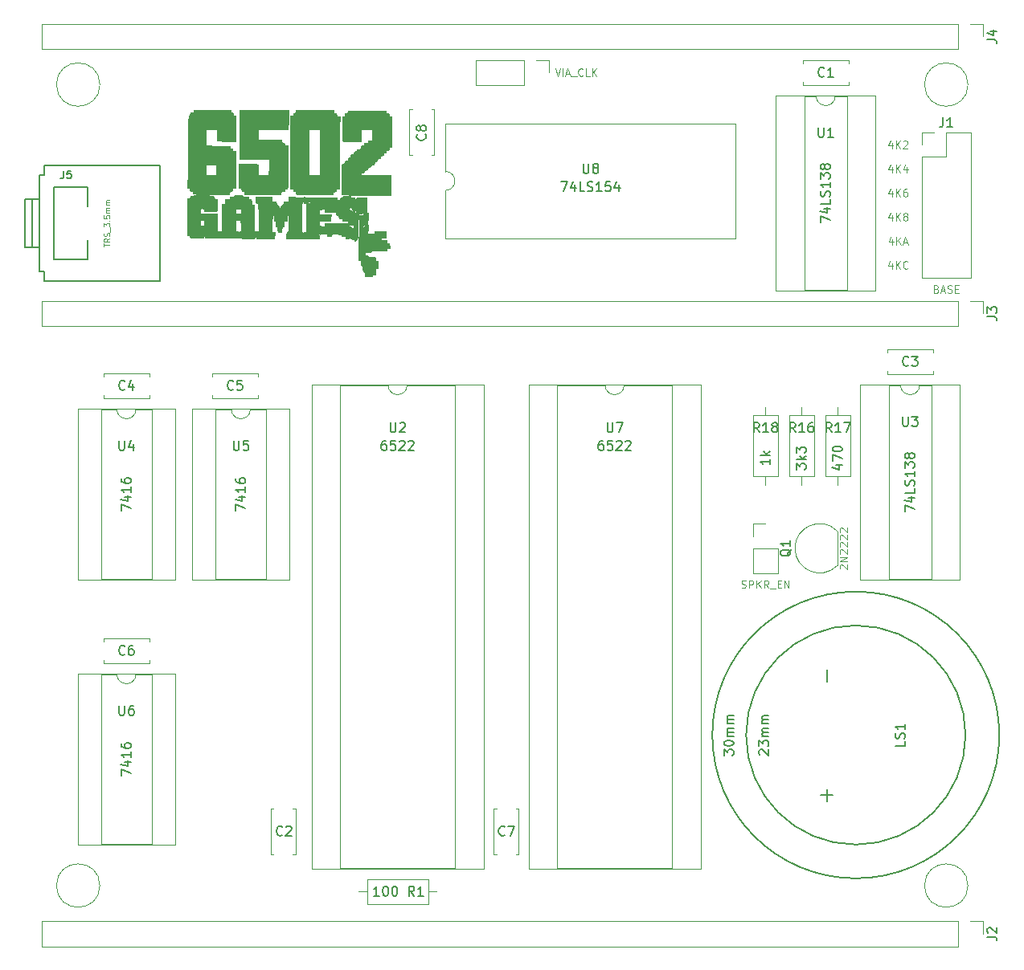
<source format=gto>
G04 #@! TF.FileFunction,Legend,Top*
%FSLAX46Y46*%
G04 Gerber Fmt 4.6, Leading zero omitted, Abs format (unit mm)*
G04 Created by KiCad (PCBNEW 4.0.7) date 02/06/20 01:07:45*
%MOMM*%
%LPD*%
G01*
G04 APERTURE LIST*
%ADD10C,0.100000*%
%ADD11C,0.120000*%
%ADD12C,0.150000*%
%ADD13C,0.010000*%
G04 APERTURE END LIST*
D10*
X154381190Y-54171905D02*
X154647857Y-54971905D01*
X154914524Y-54171905D01*
X155181190Y-54971905D02*
X155181190Y-54171905D01*
X155524047Y-54743333D02*
X155904999Y-54743333D01*
X155447856Y-54971905D02*
X155714523Y-54171905D01*
X155981190Y-54971905D01*
X156057380Y-55048095D02*
X156666904Y-55048095D01*
X157314523Y-54895714D02*
X157276428Y-54933810D01*
X157162142Y-54971905D01*
X157085952Y-54971905D01*
X156971666Y-54933810D01*
X156895475Y-54857619D01*
X156857380Y-54781429D01*
X156819285Y-54629048D01*
X156819285Y-54514762D01*
X156857380Y-54362381D01*
X156895475Y-54286190D01*
X156971666Y-54210000D01*
X157085952Y-54171905D01*
X157162142Y-54171905D01*
X157276428Y-54210000D01*
X157314523Y-54248095D01*
X158038333Y-54971905D02*
X157657380Y-54971905D01*
X157657380Y-54171905D01*
X158304999Y-54971905D02*
X158304999Y-54171905D01*
X158762142Y-54971905D02*
X158419285Y-54514762D01*
X158762142Y-54171905D02*
X158304999Y-54629048D01*
X189852381Y-74758571D02*
X189852381Y-75291905D01*
X189661905Y-74453810D02*
X189471429Y-75025238D01*
X189966667Y-75025238D01*
X190271429Y-75291905D02*
X190271429Y-74491905D01*
X190728572Y-75291905D02*
X190385715Y-74834762D01*
X190728572Y-74491905D02*
X190271429Y-74949048D01*
X191528572Y-75215714D02*
X191490477Y-75253810D01*
X191376191Y-75291905D01*
X191300001Y-75291905D01*
X191185715Y-75253810D01*
X191109524Y-75177619D01*
X191071429Y-75101429D01*
X191033334Y-74949048D01*
X191033334Y-74834762D01*
X191071429Y-74682381D01*
X191109524Y-74606190D01*
X191185715Y-74530000D01*
X191300001Y-74491905D01*
X191376191Y-74491905D01*
X191490477Y-74530000D01*
X191528572Y-74568095D01*
X189909524Y-72218571D02*
X189909524Y-72751905D01*
X189719048Y-71913810D02*
X189528572Y-72485238D01*
X190023810Y-72485238D01*
X190328572Y-72751905D02*
X190328572Y-71951905D01*
X190785715Y-72751905D02*
X190442858Y-72294762D01*
X190785715Y-71951905D02*
X190328572Y-72409048D01*
X191090477Y-72523333D02*
X191471429Y-72523333D01*
X191014286Y-72751905D02*
X191280953Y-71951905D01*
X191547620Y-72751905D01*
X189871428Y-69678571D02*
X189871428Y-70211905D01*
X189680952Y-69373810D02*
X189490476Y-69945238D01*
X189985714Y-69945238D01*
X190290476Y-70211905D02*
X190290476Y-69411905D01*
X190747619Y-70211905D02*
X190404762Y-69754762D01*
X190747619Y-69411905D02*
X190290476Y-69869048D01*
X191204762Y-69754762D02*
X191128571Y-69716667D01*
X191090476Y-69678571D01*
X191052381Y-69602381D01*
X191052381Y-69564286D01*
X191090476Y-69488095D01*
X191128571Y-69450000D01*
X191204762Y-69411905D01*
X191357143Y-69411905D01*
X191433333Y-69450000D01*
X191471429Y-69488095D01*
X191509524Y-69564286D01*
X191509524Y-69602381D01*
X191471429Y-69678571D01*
X191433333Y-69716667D01*
X191357143Y-69754762D01*
X191204762Y-69754762D01*
X191128571Y-69792857D01*
X191090476Y-69830952D01*
X191052381Y-69907143D01*
X191052381Y-70059524D01*
X191090476Y-70135714D01*
X191128571Y-70173810D01*
X191204762Y-70211905D01*
X191357143Y-70211905D01*
X191433333Y-70173810D01*
X191471429Y-70135714D01*
X191509524Y-70059524D01*
X191509524Y-69907143D01*
X191471429Y-69830952D01*
X191433333Y-69792857D01*
X191357143Y-69754762D01*
X189871428Y-67138571D02*
X189871428Y-67671905D01*
X189680952Y-66833810D02*
X189490476Y-67405238D01*
X189985714Y-67405238D01*
X190290476Y-67671905D02*
X190290476Y-66871905D01*
X190747619Y-67671905D02*
X190404762Y-67214762D01*
X190747619Y-66871905D02*
X190290476Y-67329048D01*
X191433333Y-66871905D02*
X191280952Y-66871905D01*
X191204762Y-66910000D01*
X191166667Y-66948095D01*
X191090476Y-67062381D01*
X191052381Y-67214762D01*
X191052381Y-67519524D01*
X191090476Y-67595714D01*
X191128571Y-67633810D01*
X191204762Y-67671905D01*
X191357143Y-67671905D01*
X191433333Y-67633810D01*
X191471429Y-67595714D01*
X191509524Y-67519524D01*
X191509524Y-67329048D01*
X191471429Y-67252857D01*
X191433333Y-67214762D01*
X191357143Y-67176667D01*
X191204762Y-67176667D01*
X191128571Y-67214762D01*
X191090476Y-67252857D01*
X191052381Y-67329048D01*
X189871428Y-64598571D02*
X189871428Y-65131905D01*
X189680952Y-64293810D02*
X189490476Y-64865238D01*
X189985714Y-64865238D01*
X190290476Y-65131905D02*
X190290476Y-64331905D01*
X190747619Y-65131905D02*
X190404762Y-64674762D01*
X190747619Y-64331905D02*
X190290476Y-64789048D01*
X191433333Y-64598571D02*
X191433333Y-65131905D01*
X191242857Y-64293810D02*
X191052381Y-64865238D01*
X191547619Y-64865238D01*
X189871428Y-62058571D02*
X189871428Y-62591905D01*
X189680952Y-61753810D02*
X189490476Y-62325238D01*
X189985714Y-62325238D01*
X190290476Y-62591905D02*
X190290476Y-61791905D01*
X190747619Y-62591905D02*
X190404762Y-62134762D01*
X190747619Y-61791905D02*
X190290476Y-62249048D01*
X191052381Y-61868095D02*
X191090476Y-61830000D01*
X191166667Y-61791905D01*
X191357143Y-61791905D01*
X191433333Y-61830000D01*
X191471429Y-61868095D01*
X191509524Y-61944286D01*
X191509524Y-62020476D01*
X191471429Y-62134762D01*
X191014286Y-62591905D01*
X191509524Y-62591905D01*
D11*
X106426000Y-140335000D02*
G75*
G03X106426000Y-140335000I-2286000J0D01*
G01*
X197866000Y-140335000D02*
G75*
G03X197866000Y-140335000I-2286000J0D01*
G01*
X197866000Y-55880000D02*
G75*
G03X197866000Y-55880000I-2286000J0D01*
G01*
X106426000Y-55880000D02*
G75*
G03X106426000Y-55880000I-2286000J0D01*
G01*
X124420000Y-137070000D02*
X124420000Y-132250000D01*
X127040000Y-137070000D02*
X127040000Y-132250000D01*
X124420000Y-137070000D02*
X124734000Y-137070000D01*
X126726000Y-137070000D02*
X127040000Y-137070000D01*
X124420000Y-132250000D02*
X124734000Y-132250000D01*
X126726000Y-132250000D02*
X127040000Y-132250000D01*
X194220000Y-86400000D02*
X189400000Y-86400000D01*
X194220000Y-83780000D02*
X189400000Y-83780000D01*
X194220000Y-86400000D02*
X194220000Y-86086000D01*
X194220000Y-84094000D02*
X194220000Y-83780000D01*
X189400000Y-86400000D02*
X189400000Y-86086000D01*
X189400000Y-84094000D02*
X189400000Y-83780000D01*
X183880000Y-57090000D02*
G75*
G02X181880000Y-57090000I-1000000J0D01*
G01*
X181880000Y-57090000D02*
X180630000Y-57090000D01*
X180630000Y-57090000D02*
X180630000Y-77530000D01*
X180630000Y-77530000D02*
X185130000Y-77530000D01*
X185130000Y-77530000D02*
X185130000Y-57090000D01*
X185130000Y-57090000D02*
X183880000Y-57090000D01*
X177630000Y-57030000D02*
X177630000Y-77590000D01*
X177630000Y-77590000D02*
X188130000Y-77590000D01*
X188130000Y-77590000D02*
X188130000Y-57030000D01*
X188130000Y-57030000D02*
X177630000Y-57030000D01*
X138795000Y-87570000D02*
G75*
G02X136795000Y-87570000I-1000000J0D01*
G01*
X136795000Y-87570000D02*
X131735000Y-87570000D01*
X131735000Y-87570000D02*
X131735000Y-138490000D01*
X131735000Y-138490000D02*
X143855000Y-138490000D01*
X143855000Y-138490000D02*
X143855000Y-87570000D01*
X143855000Y-87570000D02*
X138795000Y-87570000D01*
X128735000Y-87510000D02*
X128735000Y-138550000D01*
X128735000Y-138550000D02*
X146855000Y-138550000D01*
X146855000Y-138550000D02*
X146855000Y-87510000D01*
X146855000Y-87510000D02*
X128735000Y-87510000D01*
X192770000Y-87570000D02*
G75*
G02X190770000Y-87570000I-1000000J0D01*
G01*
X190770000Y-87570000D02*
X189520000Y-87570000D01*
X189520000Y-87570000D02*
X189520000Y-108010000D01*
X189520000Y-108010000D02*
X194020000Y-108010000D01*
X194020000Y-108010000D02*
X194020000Y-87570000D01*
X194020000Y-87570000D02*
X192770000Y-87570000D01*
X186520000Y-87510000D02*
X186520000Y-108070000D01*
X186520000Y-108070000D02*
X197020000Y-108070000D01*
X197020000Y-108070000D02*
X197020000Y-87510000D01*
X197020000Y-87510000D02*
X186520000Y-87510000D01*
X145990000Y-53280000D02*
X145990000Y-55940000D01*
X151130000Y-53280000D02*
X145990000Y-53280000D01*
X151130000Y-55940000D02*
X145990000Y-55940000D01*
X151130000Y-53280000D02*
X151130000Y-55940000D01*
X152400000Y-53280000D02*
X153730000Y-53280000D01*
X153730000Y-53280000D02*
X153730000Y-54610000D01*
X185330000Y-55920000D02*
X180510000Y-55920000D01*
X185330000Y-53300000D02*
X180510000Y-53300000D01*
X185330000Y-55920000D02*
X185330000Y-55606000D01*
X185330000Y-53614000D02*
X185330000Y-53300000D01*
X180510000Y-55920000D02*
X180510000Y-55606000D01*
X180510000Y-53614000D02*
X180510000Y-53300000D01*
X111670000Y-88940000D02*
X106850000Y-88940000D01*
X111670000Y-86320000D02*
X106850000Y-86320000D01*
X111670000Y-88940000D02*
X111670000Y-88626000D01*
X111670000Y-86634000D02*
X111670000Y-86320000D01*
X106850000Y-88940000D02*
X106850000Y-88626000D01*
X106850000Y-86634000D02*
X106850000Y-86320000D01*
X123100000Y-88940000D02*
X118280000Y-88940000D01*
X123100000Y-86320000D02*
X118280000Y-86320000D01*
X123100000Y-88940000D02*
X123100000Y-88626000D01*
X123100000Y-86634000D02*
X123100000Y-86320000D01*
X118280000Y-88940000D02*
X118280000Y-88626000D01*
X118280000Y-86634000D02*
X118280000Y-86320000D01*
X192980000Y-76260000D02*
X198180000Y-76260000D01*
X192980000Y-63500000D02*
X192980000Y-76260000D01*
X198180000Y-60900000D02*
X198180000Y-76260000D01*
X192980000Y-63500000D02*
X195580000Y-63500000D01*
X195580000Y-63500000D02*
X195580000Y-60900000D01*
X195580000Y-60900000D02*
X198180000Y-60900000D01*
X192980000Y-62230000D02*
X192980000Y-60900000D01*
X192980000Y-60900000D02*
X194310000Y-60900000D01*
X100270000Y-144085000D02*
X100270000Y-146745000D01*
X196850000Y-144085000D02*
X100270000Y-144085000D01*
X196850000Y-146745000D02*
X100270000Y-146745000D01*
X196850000Y-144085000D02*
X196850000Y-146745000D01*
X198120000Y-144085000D02*
X199450000Y-144085000D01*
X199450000Y-144085000D02*
X199450000Y-145415000D01*
X100270000Y-78680000D02*
X100270000Y-81340000D01*
X196850000Y-78680000D02*
X100270000Y-78680000D01*
X196850000Y-81340000D02*
X100270000Y-81340000D01*
X196850000Y-78680000D02*
X196850000Y-81340000D01*
X198120000Y-78680000D02*
X199450000Y-78680000D01*
X199450000Y-78680000D02*
X199450000Y-80010000D01*
X181650000Y-90770000D02*
X179030000Y-90770000D01*
X179030000Y-90770000D02*
X179030000Y-97190000D01*
X179030000Y-97190000D02*
X181650000Y-97190000D01*
X181650000Y-97190000D02*
X181650000Y-90770000D01*
X180340000Y-89880000D02*
X180340000Y-90770000D01*
X180340000Y-98080000D02*
X180340000Y-97190000D01*
X110220000Y-90110000D02*
G75*
G02X108220000Y-90110000I-1000000J0D01*
G01*
X108220000Y-90110000D02*
X106570000Y-90110000D01*
X106570000Y-90110000D02*
X106570000Y-108010000D01*
X106570000Y-108010000D02*
X111870000Y-108010000D01*
X111870000Y-108010000D02*
X111870000Y-90110000D01*
X111870000Y-90110000D02*
X110220000Y-90110000D01*
X104080000Y-90050000D02*
X104080000Y-108070000D01*
X104080000Y-108070000D02*
X114360000Y-108070000D01*
X114360000Y-108070000D02*
X114360000Y-90050000D01*
X114360000Y-90050000D02*
X104080000Y-90050000D01*
X122285000Y-90110000D02*
G75*
G02X120285000Y-90110000I-1000000J0D01*
G01*
X120285000Y-90110000D02*
X118635000Y-90110000D01*
X118635000Y-90110000D02*
X118635000Y-108010000D01*
X118635000Y-108010000D02*
X123935000Y-108010000D01*
X123935000Y-108010000D02*
X123935000Y-90110000D01*
X123935000Y-90110000D02*
X122285000Y-90110000D01*
X116145000Y-90050000D02*
X116145000Y-108070000D01*
X116145000Y-108070000D02*
X126425000Y-108070000D01*
X126425000Y-108070000D02*
X126425000Y-90050000D01*
X126425000Y-90050000D02*
X116145000Y-90050000D01*
X110220000Y-118050000D02*
G75*
G02X108220000Y-118050000I-1000000J0D01*
G01*
X108220000Y-118050000D02*
X106570000Y-118050000D01*
X106570000Y-118050000D02*
X106570000Y-135950000D01*
X106570000Y-135950000D02*
X111870000Y-135950000D01*
X111870000Y-135950000D02*
X111870000Y-118050000D01*
X111870000Y-118050000D02*
X110220000Y-118050000D01*
X104080000Y-117990000D02*
X104080000Y-136010000D01*
X104080000Y-136010000D02*
X114360000Y-136010000D01*
X114360000Y-136010000D02*
X114360000Y-117990000D01*
X114360000Y-117990000D02*
X104080000Y-117990000D01*
X161655000Y-87570000D02*
G75*
G02X159655000Y-87570000I-1000000J0D01*
G01*
X159655000Y-87570000D02*
X154595000Y-87570000D01*
X154595000Y-87570000D02*
X154595000Y-138490000D01*
X154595000Y-138490000D02*
X166715000Y-138490000D01*
X166715000Y-138490000D02*
X166715000Y-87570000D01*
X166715000Y-87570000D02*
X161655000Y-87570000D01*
X151595000Y-87510000D02*
X151595000Y-138550000D01*
X151595000Y-138550000D02*
X169715000Y-138550000D01*
X169715000Y-138550000D02*
X169715000Y-87510000D01*
X169715000Y-87510000D02*
X151595000Y-87510000D01*
X142815000Y-65040000D02*
G75*
G02X142815000Y-67040000I0J-1000000D01*
G01*
X142815000Y-67040000D02*
X142815000Y-72100000D01*
X142815000Y-72100000D02*
X173415000Y-72100000D01*
X173415000Y-72100000D02*
X173415000Y-59980000D01*
X173415000Y-59980000D02*
X142815000Y-59980000D01*
X142815000Y-59980000D02*
X142815000Y-65040000D01*
X100270000Y-49470000D02*
X100270000Y-52130000D01*
X196850000Y-49470000D02*
X100270000Y-49470000D01*
X196850000Y-52130000D02*
X100270000Y-52130000D01*
X196850000Y-49470000D02*
X196850000Y-52130000D01*
X198120000Y-49470000D02*
X199450000Y-49470000D01*
X199450000Y-49470000D02*
X199450000Y-50800000D01*
X111670000Y-116880000D02*
X106850000Y-116880000D01*
X111670000Y-114260000D02*
X106850000Y-114260000D01*
X111670000Y-116880000D02*
X111670000Y-116566000D01*
X111670000Y-114574000D02*
X111670000Y-114260000D01*
X106850000Y-116880000D02*
X106850000Y-116566000D01*
X106850000Y-114574000D02*
X106850000Y-114260000D01*
X147915000Y-137070000D02*
X147915000Y-132250000D01*
X150535000Y-137070000D02*
X150535000Y-132250000D01*
X147915000Y-137070000D02*
X148229000Y-137070000D01*
X150221000Y-137070000D02*
X150535000Y-137070000D01*
X147915000Y-132250000D02*
X148229000Y-132250000D01*
X150221000Y-132250000D02*
X150535000Y-132250000D01*
X184095000Y-106575000D02*
X184095000Y-102975000D01*
X184083478Y-106613478D02*
G75*
G02X179645000Y-104775000I-1838478J1838478D01*
G01*
X184083478Y-102936522D02*
G75*
G03X179645000Y-104775000I-1838478J-1838478D01*
G01*
X182840000Y-97190000D02*
X185460000Y-97190000D01*
X185460000Y-97190000D02*
X185460000Y-90770000D01*
X185460000Y-90770000D02*
X182840000Y-90770000D01*
X182840000Y-90770000D02*
X182840000Y-97190000D01*
X184150000Y-98080000D02*
X184150000Y-97190000D01*
X184150000Y-89880000D02*
X184150000Y-90770000D01*
X177840000Y-90770000D02*
X175220000Y-90770000D01*
X175220000Y-90770000D02*
X175220000Y-97190000D01*
X175220000Y-97190000D02*
X177840000Y-97190000D01*
X177840000Y-97190000D02*
X177840000Y-90770000D01*
X176530000Y-89880000D02*
X176530000Y-90770000D01*
X176530000Y-98080000D02*
X176530000Y-97190000D01*
D12*
X183007000Y-118237000D02*
X183007000Y-117602000D01*
X183007000Y-118237000D02*
X183007000Y-118872000D01*
X183007000Y-130810000D02*
X183007000Y-130175000D01*
X183007000Y-130810000D02*
X183007000Y-131445000D01*
X183515000Y-130810000D02*
X183642000Y-130810000D01*
X182372000Y-130810000D02*
X183515000Y-130810000D01*
X197612000Y-124460000D02*
G75*
G03X197612000Y-124460000I-11557000J0D01*
G01*
X201168000Y-124460000D02*
G75*
G03X201168000Y-124460000I-15113000J0D01*
G01*
X105156000Y-72263000D02*
X105156000Y-74295000D01*
X105156000Y-74295000D02*
X101600000Y-74295000D01*
X101600000Y-74295000D02*
X101600000Y-66675000D01*
X101600000Y-66675000D02*
X105156000Y-66675000D01*
X105156000Y-66675000D02*
X105156000Y-68707000D01*
X100584000Y-75565000D02*
X100584000Y-76581000D01*
X100584000Y-64389000D02*
X100584000Y-65405000D01*
X98552000Y-73025000D02*
X100076000Y-73025000D01*
X100076000Y-67945000D02*
X98552000Y-67945000D01*
X99314000Y-73025000D02*
X99314000Y-67945000D01*
X100584000Y-75565000D02*
X100330000Y-75565000D01*
X100330000Y-75565000D02*
X100076000Y-75565000D01*
X100076000Y-75565000D02*
X100076000Y-65405000D01*
X100076000Y-65405000D02*
X100584000Y-65405000D01*
X98552000Y-73025000D02*
X98552000Y-67945000D01*
X112776000Y-76581000D02*
X100584000Y-76581000D01*
X100584000Y-64389000D02*
X112776000Y-64389000D01*
X112776000Y-64389000D02*
X112776000Y-76581000D01*
D11*
X175200000Y-107375000D02*
X177860000Y-107375000D01*
X175200000Y-104775000D02*
X175200000Y-107375000D01*
X177860000Y-104775000D02*
X177860000Y-107375000D01*
X175200000Y-104775000D02*
X177860000Y-104775000D01*
X175200000Y-103505000D02*
X175200000Y-102175000D01*
X175200000Y-102175000D02*
X176530000Y-102175000D01*
X141005000Y-142280000D02*
X141005000Y-139660000D01*
X141005000Y-139660000D02*
X134585000Y-139660000D01*
X134585000Y-139660000D02*
X134585000Y-142280000D01*
X134585000Y-142280000D02*
X141005000Y-142280000D01*
X141895000Y-140970000D02*
X141005000Y-140970000D01*
X133695000Y-140970000D02*
X134585000Y-140970000D01*
X141645000Y-58510000D02*
X141645000Y-63330000D01*
X139025000Y-58510000D02*
X139025000Y-63330000D01*
X141645000Y-58510000D02*
X141331000Y-58510000D01*
X139339000Y-58510000D02*
X139025000Y-58510000D01*
X141645000Y-63330000D02*
X141331000Y-63330000D01*
X139339000Y-63330000D02*
X139025000Y-63330000D01*
D13*
G36*
X134700818Y-70196364D02*
X134483687Y-70210348D01*
X134266555Y-70224333D01*
X134252777Y-70487439D01*
X134240660Y-70638078D01*
X134218814Y-70717682D01*
X134178638Y-70747571D01*
X134146637Y-70750545D01*
X134094698Y-70761711D01*
X134064451Y-70809042D01*
X134048106Y-70913292D01*
X134040689Y-71032808D01*
X134027105Y-71315072D01*
X134202326Y-71344027D01*
X134356090Y-71363907D01*
X134494892Y-71373379D01*
X134504546Y-71373492D01*
X134598181Y-71389237D01*
X134629915Y-71452335D01*
X134631546Y-71489455D01*
X134635483Y-71546715D01*
X134659857Y-71581002D01*
X134723514Y-71598203D01*
X134845298Y-71604208D01*
X135001000Y-71604909D01*
X135184234Y-71603679D01*
X135293951Y-71596062D01*
X135348996Y-71576169D01*
X135368213Y-71538111D01*
X135370455Y-71489455D01*
X135370455Y-71374000D01*
X136525000Y-71374000D01*
X136525000Y-72020545D01*
X136271000Y-72020545D01*
X136125792Y-72022872D01*
X136050213Y-72038118D01*
X136021527Y-72078685D01*
X136017000Y-72156972D01*
X136017000Y-72297636D01*
X136617364Y-72297636D01*
X136617364Y-72459273D01*
X136622088Y-72557300D01*
X136652119Y-72608015D01*
X136731246Y-72629981D01*
X136848273Y-72639489D01*
X136894110Y-72672817D01*
X136921383Y-72774716D01*
X136931504Y-72886455D01*
X136945463Y-73128909D01*
X136781414Y-73128909D01*
X136671066Y-73137239D01*
X136625450Y-73174921D01*
X136617364Y-73244364D01*
X136617364Y-73359818D01*
X135827949Y-73359818D01*
X135540491Y-73360365D01*
X135332126Y-73363008D01*
X135189586Y-73369255D01*
X135099604Y-73380611D01*
X135048911Y-73398583D01*
X135024239Y-73424678D01*
X135014381Y-73452182D01*
X134991758Y-73500079D01*
X134941298Y-73527945D01*
X134842315Y-73541015D01*
X134674123Y-73544519D01*
X134649250Y-73544545D01*
X134308273Y-73544545D01*
X134308273Y-73729273D01*
X134312717Y-73847513D01*
X134343824Y-73900053D01*
X134428257Y-73913556D01*
X134493000Y-73914000D01*
X134621447Y-73925439D01*
X134674375Y-73963357D01*
X134677727Y-73983273D01*
X134705579Y-74028953D01*
X134799544Y-74052366D01*
X134897091Y-74058014D01*
X135035442Y-74059751D01*
X135134605Y-74057885D01*
X135157727Y-74055802D01*
X135229419Y-74059363D01*
X135330909Y-74077094D01*
X135413240Y-74104141D01*
X135451609Y-74156434D01*
X135462466Y-74263051D01*
X135462818Y-74310215D01*
X135467028Y-74436552D01*
X135491095Y-74495843D01*
X135552174Y-74513366D01*
X135601364Y-74514364D01*
X135739909Y-74514364D01*
X135739909Y-75253273D01*
X135462818Y-75253273D01*
X135462818Y-75899818D01*
X135304394Y-75899818D01*
X135192202Y-75911619D01*
X135142244Y-75958370D01*
X135131212Y-76003727D01*
X135117085Y-76055405D01*
X135079813Y-76087515D01*
X135000045Y-76105871D01*
X134858432Y-76116289D01*
X134741077Y-76120959D01*
X134549065Y-76124738D01*
X134430211Y-76117493D01*
X134365674Y-76096355D01*
X134336987Y-76059454D01*
X134319105Y-75968171D01*
X134309065Y-75830207D01*
X134308273Y-75780586D01*
X134301994Y-75652164D01*
X134276025Y-75592035D01*
X134219670Y-75576570D01*
X134215909Y-75576545D01*
X134165565Y-75567026D01*
X134137690Y-75524752D01*
X134125838Y-75429155D01*
X134123546Y-75281750D01*
X134119706Y-75117870D01*
X134104031Y-75024110D01*
X134070284Y-74978398D01*
X134033635Y-74963442D01*
X133980689Y-74933399D01*
X133949910Y-74863208D01*
X133933385Y-74730480D01*
X133929726Y-74669419D01*
X133917856Y-74515889D01*
X133896228Y-74431878D01*
X133855399Y-74394541D01*
X133811818Y-74384152D01*
X133707909Y-74369394D01*
X133708097Y-72606152D01*
X133708958Y-72181913D01*
X133711323Y-71761513D01*
X133715000Y-71359935D01*
X133719797Y-70992163D01*
X133725520Y-70673183D01*
X133731977Y-70417977D01*
X133738314Y-70254091D01*
X133768345Y-69665273D01*
X133966110Y-69665273D01*
X134090557Y-69660291D01*
X134150383Y-69632556D01*
X134173261Y-69562888D01*
X134178347Y-69518158D01*
X134190980Y-69433980D01*
X134223530Y-69389875D01*
X134300050Y-69372395D01*
X134444594Y-69368093D01*
X134446818Y-69368067D01*
X134700818Y-69365091D01*
X134700818Y-70196364D01*
X134700818Y-70196364D01*
G37*
X134700818Y-70196364D02*
X134483687Y-70210348D01*
X134266555Y-70224333D01*
X134252777Y-70487439D01*
X134240660Y-70638078D01*
X134218814Y-70717682D01*
X134178638Y-70747571D01*
X134146637Y-70750545D01*
X134094698Y-70761711D01*
X134064451Y-70809042D01*
X134048106Y-70913292D01*
X134040689Y-71032808D01*
X134027105Y-71315072D01*
X134202326Y-71344027D01*
X134356090Y-71363907D01*
X134494892Y-71373379D01*
X134504546Y-71373492D01*
X134598181Y-71389237D01*
X134629915Y-71452335D01*
X134631546Y-71489455D01*
X134635483Y-71546715D01*
X134659857Y-71581002D01*
X134723514Y-71598203D01*
X134845298Y-71604208D01*
X135001000Y-71604909D01*
X135184234Y-71603679D01*
X135293951Y-71596062D01*
X135348996Y-71576169D01*
X135368213Y-71538111D01*
X135370455Y-71489455D01*
X135370455Y-71374000D01*
X136525000Y-71374000D01*
X136525000Y-72020545D01*
X136271000Y-72020545D01*
X136125792Y-72022872D01*
X136050213Y-72038118D01*
X136021527Y-72078685D01*
X136017000Y-72156972D01*
X136017000Y-72297636D01*
X136617364Y-72297636D01*
X136617364Y-72459273D01*
X136622088Y-72557300D01*
X136652119Y-72608015D01*
X136731246Y-72629981D01*
X136848273Y-72639489D01*
X136894110Y-72672817D01*
X136921383Y-72774716D01*
X136931504Y-72886455D01*
X136945463Y-73128909D01*
X136781414Y-73128909D01*
X136671066Y-73137239D01*
X136625450Y-73174921D01*
X136617364Y-73244364D01*
X136617364Y-73359818D01*
X135827949Y-73359818D01*
X135540491Y-73360365D01*
X135332126Y-73363008D01*
X135189586Y-73369255D01*
X135099604Y-73380611D01*
X135048911Y-73398583D01*
X135024239Y-73424678D01*
X135014381Y-73452182D01*
X134991758Y-73500079D01*
X134941298Y-73527945D01*
X134842315Y-73541015D01*
X134674123Y-73544519D01*
X134649250Y-73544545D01*
X134308273Y-73544545D01*
X134308273Y-73729273D01*
X134312717Y-73847513D01*
X134343824Y-73900053D01*
X134428257Y-73913556D01*
X134493000Y-73914000D01*
X134621447Y-73925439D01*
X134674375Y-73963357D01*
X134677727Y-73983273D01*
X134705579Y-74028953D01*
X134799544Y-74052366D01*
X134897091Y-74058014D01*
X135035442Y-74059751D01*
X135134605Y-74057885D01*
X135157727Y-74055802D01*
X135229419Y-74059363D01*
X135330909Y-74077094D01*
X135413240Y-74104141D01*
X135451609Y-74156434D01*
X135462466Y-74263051D01*
X135462818Y-74310215D01*
X135467028Y-74436552D01*
X135491095Y-74495843D01*
X135552174Y-74513366D01*
X135601364Y-74514364D01*
X135739909Y-74514364D01*
X135739909Y-75253273D01*
X135462818Y-75253273D01*
X135462818Y-75899818D01*
X135304394Y-75899818D01*
X135192202Y-75911619D01*
X135142244Y-75958370D01*
X135131212Y-76003727D01*
X135117085Y-76055405D01*
X135079813Y-76087515D01*
X135000045Y-76105871D01*
X134858432Y-76116289D01*
X134741077Y-76120959D01*
X134549065Y-76124738D01*
X134430211Y-76117493D01*
X134365674Y-76096355D01*
X134336987Y-76059454D01*
X134319105Y-75968171D01*
X134309065Y-75830207D01*
X134308273Y-75780586D01*
X134301994Y-75652164D01*
X134276025Y-75592035D01*
X134219670Y-75576570D01*
X134215909Y-75576545D01*
X134165565Y-75567026D01*
X134137690Y-75524752D01*
X134125838Y-75429155D01*
X134123546Y-75281750D01*
X134119706Y-75117870D01*
X134104031Y-75024110D01*
X134070284Y-74978398D01*
X134033635Y-74963442D01*
X133980689Y-74933399D01*
X133949910Y-74863208D01*
X133933385Y-74730480D01*
X133929726Y-74669419D01*
X133917856Y-74515889D01*
X133896228Y-74431878D01*
X133855399Y-74394541D01*
X133811818Y-74384152D01*
X133707909Y-74369394D01*
X133708097Y-72606152D01*
X133708958Y-72181913D01*
X133711323Y-71761513D01*
X133715000Y-71359935D01*
X133719797Y-70992163D01*
X133725520Y-70673183D01*
X133731977Y-70417977D01*
X133738314Y-70254091D01*
X133768345Y-69665273D01*
X133966110Y-69665273D01*
X134090557Y-69660291D01*
X134150383Y-69632556D01*
X134173261Y-69562888D01*
X134178347Y-69518158D01*
X134190980Y-69433980D01*
X134223530Y-69389875D01*
X134300050Y-69372395D01*
X134444594Y-69368093D01*
X134446818Y-69368067D01*
X134700818Y-69365091D01*
X134700818Y-70196364D01*
G36*
X132632821Y-67588950D02*
X132748119Y-67597326D01*
X132807296Y-67616423D01*
X132828459Y-67650440D01*
X132830455Y-67676924D01*
X132846235Y-67733506D01*
X132908420Y-67764395D01*
X133039277Y-67780139D01*
X133049818Y-67780833D01*
X133186010Y-67795972D01*
X133255014Y-67826963D01*
X133281949Y-67886466D01*
X133283939Y-67898818D01*
X133319254Y-67980059D01*
X133361546Y-68002727D01*
X133416266Y-67963416D01*
X133439152Y-67898818D01*
X133450138Y-67853326D01*
X133478685Y-67823179D01*
X133541329Y-67804860D01*
X133654604Y-67794854D01*
X133835045Y-67789643D01*
X133961909Y-67787647D01*
X134171920Y-67787985D01*
X134348604Y-67794506D01*
X134471010Y-67806050D01*
X134516091Y-67818372D01*
X134546173Y-67886972D01*
X134556437Y-68001854D01*
X134556171Y-68010362D01*
X134553328Y-68116894D01*
X134550170Y-68291108D01*
X134547093Y-68508326D01*
X134544626Y-68730091D01*
X134539182Y-69295818D01*
X134311485Y-69295818D01*
X134173502Y-69300863D01*
X134102624Y-69323148D01*
X134073823Y-69373401D01*
X134069030Y-69399727D01*
X134035891Y-69478951D01*
X133996546Y-69499018D01*
X133920336Y-69495235D01*
X133786745Y-69490487D01*
X133684818Y-69487473D01*
X133430818Y-69480545D01*
X133430818Y-69318909D01*
X133426252Y-69219095D01*
X133395677Y-69172174D01*
X133313779Y-69158176D01*
X133225926Y-69157273D01*
X133098760Y-69152841D01*
X133036779Y-69127165D01*
X133012843Y-69061677D01*
X133006563Y-69007182D01*
X132984172Y-68901383D01*
X132923964Y-68855812D01*
X132842000Y-68842619D01*
X132739185Y-68840615D01*
X132698724Y-68878465D01*
X132691909Y-68969619D01*
X132704042Y-69070293D01*
X132754717Y-69107617D01*
X132802423Y-69111091D01*
X132898196Y-69136886D01*
X132939519Y-69180364D01*
X133005995Y-69232725D01*
X133126261Y-69249636D01*
X133235362Y-69258377D01*
X133283506Y-69302367D01*
X133300892Y-69399727D01*
X133322507Y-69503431D01*
X133380606Y-69552407D01*
X133477000Y-69572909D01*
X133638637Y-69596000D01*
X133621141Y-70773636D01*
X133615519Y-71134277D01*
X133609891Y-71414940D01*
X133603074Y-71628003D01*
X133593884Y-71785846D01*
X133581136Y-71900846D01*
X133563648Y-71985382D01*
X133540234Y-72051833D01*
X133509713Y-72112576D01*
X133489752Y-72147545D01*
X133400342Y-72273710D01*
X133321782Y-72335912D01*
X133266298Y-72328936D01*
X133246091Y-72251455D01*
X133230736Y-72191211D01*
X133168557Y-72164457D01*
X133059914Y-72159091D01*
X132924524Y-72145801D01*
X132857850Y-72100732D01*
X132847666Y-72078273D01*
X132812281Y-71968186D01*
X132799481Y-71928182D01*
X132771886Y-71907272D01*
X132728741Y-71974610D01*
X132717874Y-71999256D01*
X132675769Y-72079626D01*
X132619659Y-72120571D01*
X132524064Y-72130383D01*
X132363504Y-72117353D01*
X132357091Y-72116661D01*
X132330969Y-72073984D01*
X132322455Y-71997455D01*
X132313841Y-71926210D01*
X132271502Y-71892455D01*
X132170690Y-71882441D01*
X132114637Y-71882000D01*
X131986396Y-71877215D01*
X131925637Y-71853693D01*
X131907612Y-71797686D01*
X131906818Y-71766545D01*
X131898748Y-71696673D01*
X131858427Y-71662544D01*
X131761685Y-71651361D01*
X131687455Y-71650384D01*
X131547404Y-71647244D01*
X131453049Y-71628964D01*
X131396685Y-71580646D01*
X131370605Y-71487396D01*
X131367103Y-71334318D01*
X131378473Y-71106518D01*
X131381364Y-71058740D01*
X131403448Y-70695127D01*
X132599546Y-70695127D01*
X132639321Y-70791564D01*
X132733123Y-70856333D01*
X132788123Y-70866000D01*
X132860754Y-70904910D01*
X132890906Y-70961763D01*
X132933575Y-71031375D01*
X133026921Y-71044487D01*
X133046384Y-71042581D01*
X133129730Y-71023137D01*
X133170873Y-70971759D01*
X133188741Y-70860805D01*
X133191019Y-70831364D01*
X133205220Y-70635091D01*
X132902383Y-70635091D01*
X132724672Y-70641292D01*
X132627462Y-70661366D01*
X132599546Y-70695127D01*
X131403448Y-70695127D01*
X131412704Y-70542727D01*
X132553364Y-70542727D01*
X132553364Y-70404182D01*
X132549735Y-70327492D01*
X132524337Y-70286099D01*
X132455397Y-70269117D01*
X132321147Y-70265662D01*
X132276273Y-70265636D01*
X132122892Y-70263758D01*
X132040105Y-70251005D01*
X132006141Y-70216701D01*
X131999233Y-70150170D01*
X131999182Y-70129746D01*
X131991353Y-70043703D01*
X131950763Y-70001512D01*
X131851757Y-69983533D01*
X131803131Y-69979655D01*
X131677535Y-69963711D01*
X131615250Y-69926672D01*
X131587228Y-69848457D01*
X131583467Y-69827793D01*
X131549058Y-69726647D01*
X131477309Y-69691051D01*
X131444700Y-69689247D01*
X131355960Y-69667929D01*
X131318743Y-69588272D01*
X131314912Y-69561153D01*
X131327272Y-69442176D01*
X131368532Y-69365689D01*
X131401397Y-69310168D01*
X131419977Y-69213288D01*
X131426054Y-69057773D01*
X131422078Y-68846354D01*
X131418099Y-68629628D01*
X131419799Y-68428228D01*
X131426699Y-68273208D01*
X131431686Y-68224607D01*
X131457624Y-68109837D01*
X131509067Y-68057759D01*
X131600591Y-68039879D01*
X131706160Y-68014495D01*
X131751150Y-67948551D01*
X131759795Y-67898818D01*
X131789061Y-67803812D01*
X131863970Y-67772728D01*
X131891118Y-67771818D01*
X131997108Y-67739267D01*
X132031983Y-67679455D01*
X132052738Y-67634024D01*
X132098717Y-67606447D01*
X132189273Y-67592377D01*
X132343758Y-67587469D01*
X132443295Y-67587091D01*
X132632821Y-67588950D01*
X132632821Y-67588950D01*
G37*
X132632821Y-67588950D02*
X132748119Y-67597326D01*
X132807296Y-67616423D01*
X132828459Y-67650440D01*
X132830455Y-67676924D01*
X132846235Y-67733506D01*
X132908420Y-67764395D01*
X133039277Y-67780139D01*
X133049818Y-67780833D01*
X133186010Y-67795972D01*
X133255014Y-67826963D01*
X133281949Y-67886466D01*
X133283939Y-67898818D01*
X133319254Y-67980059D01*
X133361546Y-68002727D01*
X133416266Y-67963416D01*
X133439152Y-67898818D01*
X133450138Y-67853326D01*
X133478685Y-67823179D01*
X133541329Y-67804860D01*
X133654604Y-67794854D01*
X133835045Y-67789643D01*
X133961909Y-67787647D01*
X134171920Y-67787985D01*
X134348604Y-67794506D01*
X134471010Y-67806050D01*
X134516091Y-67818372D01*
X134546173Y-67886972D01*
X134556437Y-68001854D01*
X134556171Y-68010362D01*
X134553328Y-68116894D01*
X134550170Y-68291108D01*
X134547093Y-68508326D01*
X134544626Y-68730091D01*
X134539182Y-69295818D01*
X134311485Y-69295818D01*
X134173502Y-69300863D01*
X134102624Y-69323148D01*
X134073823Y-69373401D01*
X134069030Y-69399727D01*
X134035891Y-69478951D01*
X133996546Y-69499018D01*
X133920336Y-69495235D01*
X133786745Y-69490487D01*
X133684818Y-69487473D01*
X133430818Y-69480545D01*
X133430818Y-69318909D01*
X133426252Y-69219095D01*
X133395677Y-69172174D01*
X133313779Y-69158176D01*
X133225926Y-69157273D01*
X133098760Y-69152841D01*
X133036779Y-69127165D01*
X133012843Y-69061677D01*
X133006563Y-69007182D01*
X132984172Y-68901383D01*
X132923964Y-68855812D01*
X132842000Y-68842619D01*
X132739185Y-68840615D01*
X132698724Y-68878465D01*
X132691909Y-68969619D01*
X132704042Y-69070293D01*
X132754717Y-69107617D01*
X132802423Y-69111091D01*
X132898196Y-69136886D01*
X132939519Y-69180364D01*
X133005995Y-69232725D01*
X133126261Y-69249636D01*
X133235362Y-69258377D01*
X133283506Y-69302367D01*
X133300892Y-69399727D01*
X133322507Y-69503431D01*
X133380606Y-69552407D01*
X133477000Y-69572909D01*
X133638637Y-69596000D01*
X133621141Y-70773636D01*
X133615519Y-71134277D01*
X133609891Y-71414940D01*
X133603074Y-71628003D01*
X133593884Y-71785846D01*
X133581136Y-71900846D01*
X133563648Y-71985382D01*
X133540234Y-72051833D01*
X133509713Y-72112576D01*
X133489752Y-72147545D01*
X133400342Y-72273710D01*
X133321782Y-72335912D01*
X133266298Y-72328936D01*
X133246091Y-72251455D01*
X133230736Y-72191211D01*
X133168557Y-72164457D01*
X133059914Y-72159091D01*
X132924524Y-72145801D01*
X132857850Y-72100732D01*
X132847666Y-72078273D01*
X132812281Y-71968186D01*
X132799481Y-71928182D01*
X132771886Y-71907272D01*
X132728741Y-71974610D01*
X132717874Y-71999256D01*
X132675769Y-72079626D01*
X132619659Y-72120571D01*
X132524064Y-72130383D01*
X132363504Y-72117353D01*
X132357091Y-72116661D01*
X132330969Y-72073984D01*
X132322455Y-71997455D01*
X132313841Y-71926210D01*
X132271502Y-71892455D01*
X132170690Y-71882441D01*
X132114637Y-71882000D01*
X131986396Y-71877215D01*
X131925637Y-71853693D01*
X131907612Y-71797686D01*
X131906818Y-71766545D01*
X131898748Y-71696673D01*
X131858427Y-71662544D01*
X131761685Y-71651361D01*
X131687455Y-71650384D01*
X131547404Y-71647244D01*
X131453049Y-71628964D01*
X131396685Y-71580646D01*
X131370605Y-71487396D01*
X131367103Y-71334318D01*
X131378473Y-71106518D01*
X131381364Y-71058740D01*
X131403448Y-70695127D01*
X132599546Y-70695127D01*
X132639321Y-70791564D01*
X132733123Y-70856333D01*
X132788123Y-70866000D01*
X132860754Y-70904910D01*
X132890906Y-70961763D01*
X132933575Y-71031375D01*
X133026921Y-71044487D01*
X133046384Y-71042581D01*
X133129730Y-71023137D01*
X133170873Y-70971759D01*
X133188741Y-70860805D01*
X133191019Y-70831364D01*
X133205220Y-70635091D01*
X132902383Y-70635091D01*
X132724672Y-70641292D01*
X132627462Y-70661366D01*
X132599546Y-70695127D01*
X131403448Y-70695127D01*
X131412704Y-70542727D01*
X132553364Y-70542727D01*
X132553364Y-70404182D01*
X132549735Y-70327492D01*
X132524337Y-70286099D01*
X132455397Y-70269117D01*
X132321147Y-70265662D01*
X132276273Y-70265636D01*
X132122892Y-70263758D01*
X132040105Y-70251005D01*
X132006141Y-70216701D01*
X131999233Y-70150170D01*
X131999182Y-70129746D01*
X131991353Y-70043703D01*
X131950763Y-70001512D01*
X131851757Y-69983533D01*
X131803131Y-69979655D01*
X131677535Y-69963711D01*
X131615250Y-69926672D01*
X131587228Y-69848457D01*
X131583467Y-69827793D01*
X131549058Y-69726647D01*
X131477309Y-69691051D01*
X131444700Y-69689247D01*
X131355960Y-69667929D01*
X131318743Y-69588272D01*
X131314912Y-69561153D01*
X131327272Y-69442176D01*
X131368532Y-69365689D01*
X131401397Y-69310168D01*
X131419977Y-69213288D01*
X131426054Y-69057773D01*
X131422078Y-68846354D01*
X131418099Y-68629628D01*
X131419799Y-68428228D01*
X131426699Y-68273208D01*
X131431686Y-68224607D01*
X131457624Y-68109837D01*
X131509067Y-68057759D01*
X131600591Y-68039879D01*
X131706160Y-68014495D01*
X131751150Y-67948551D01*
X131759795Y-67898818D01*
X131789061Y-67803812D01*
X131863970Y-67772728D01*
X131891118Y-67771818D01*
X131997108Y-67739267D01*
X132031983Y-67679455D01*
X132052738Y-67634024D01*
X132098717Y-67606447D01*
X132189273Y-67592377D01*
X132343758Y-67587469D01*
X132443295Y-67587091D01*
X132632821Y-67588950D01*
G36*
X120875762Y-67501290D02*
X121016445Y-67509870D01*
X121193376Y-67521717D01*
X121330236Y-67531338D01*
X121404784Y-67537151D01*
X121412000Y-67537984D01*
X121422299Y-67578655D01*
X121423546Y-67610182D01*
X121442678Y-67647966D01*
X121511421Y-67669516D01*
X121646798Y-67678513D01*
X121743892Y-67679455D01*
X122064239Y-67679455D01*
X122078710Y-67829545D01*
X122099741Y-67933770D01*
X122154226Y-67974635D01*
X122231727Y-67981064D01*
X122308899Y-67986468D01*
X122352675Y-68015221D01*
X122375795Y-68089163D01*
X122391000Y-68230135D01*
X122393364Y-68258155D01*
X122409270Y-68411851D01*
X122432052Y-68496229D01*
X122473557Y-68534201D01*
X122543455Y-68548431D01*
X122670455Y-68563044D01*
X122670455Y-69968522D01*
X122671955Y-70407672D01*
X122676391Y-70768574D01*
X122683664Y-71048229D01*
X122693674Y-71243637D01*
X122706325Y-71351801D01*
X122716637Y-71374000D01*
X122740002Y-71416919D01*
X122756257Y-71532846D01*
X122762792Y-71702535D01*
X122762818Y-71714977D01*
X122760524Y-71891245D01*
X122749658Y-71996385D01*
X122724249Y-72051599D01*
X122678324Y-72078087D01*
X122658909Y-72083801D01*
X122532752Y-72102615D01*
X122462637Y-72102106D01*
X122384428Y-72097689D01*
X122233455Y-72092144D01*
X122029297Y-72086088D01*
X121791536Y-72080143D01*
X121712182Y-72078378D01*
X121054091Y-72064191D01*
X121054091Y-71719096D01*
X121055507Y-71543329D01*
X121064154Y-71440428D01*
X121086632Y-71390898D01*
X121129542Y-71375244D01*
X121170925Y-71374000D01*
X121287760Y-71374000D01*
X121274834Y-70785182D01*
X121261909Y-70196364D01*
X121012280Y-70182156D01*
X120832105Y-70183970D01*
X120736046Y-70215233D01*
X120724351Y-70228338D01*
X120709190Y-70296379D01*
X120696737Y-70435965D01*
X120688338Y-70626288D01*
X120685344Y-70831364D01*
X120684637Y-71374000D01*
X120961727Y-71374000D01*
X120961727Y-72066727D01*
X118837364Y-72066727D01*
X118837364Y-71374000D01*
X119253000Y-71374000D01*
X119253000Y-69318565D01*
X120697006Y-69318565D01*
X120722336Y-69416886D01*
X120804871Y-69465188D01*
X120959820Y-69480090D01*
X121012850Y-69480545D01*
X121285000Y-69480545D01*
X121285000Y-68972545D01*
X120742623Y-68972545D01*
X120713671Y-69153603D01*
X120697006Y-69318565D01*
X119253000Y-69318565D01*
X119253000Y-68510727D01*
X119617845Y-68510727D01*
X119631695Y-68245182D01*
X119645546Y-67979636D01*
X119888000Y-67965677D01*
X120029038Y-67954475D01*
X120100984Y-67932400D01*
X120127045Y-67885086D01*
X120130455Y-67815587D01*
X120135909Y-67734296D01*
X120168333Y-67694207D01*
X120251817Y-67680779D01*
X120355978Y-67679455D01*
X120496025Y-67673207D01*
X120570025Y-67647776D01*
X120603837Y-67593126D01*
X120606967Y-67582068D01*
X120625451Y-67534781D01*
X120663324Y-67507862D01*
X120740218Y-67497853D01*
X120875762Y-67501290D01*
X120875762Y-67501290D01*
G37*
X120875762Y-67501290D02*
X121016445Y-67509870D01*
X121193376Y-67521717D01*
X121330236Y-67531338D01*
X121404784Y-67537151D01*
X121412000Y-67537984D01*
X121422299Y-67578655D01*
X121423546Y-67610182D01*
X121442678Y-67647966D01*
X121511421Y-67669516D01*
X121646798Y-67678513D01*
X121743892Y-67679455D01*
X122064239Y-67679455D01*
X122078710Y-67829545D01*
X122099741Y-67933770D01*
X122154226Y-67974635D01*
X122231727Y-67981064D01*
X122308899Y-67986468D01*
X122352675Y-68015221D01*
X122375795Y-68089163D01*
X122391000Y-68230135D01*
X122393364Y-68258155D01*
X122409270Y-68411851D01*
X122432052Y-68496229D01*
X122473557Y-68534201D01*
X122543455Y-68548431D01*
X122670455Y-68563044D01*
X122670455Y-69968522D01*
X122671955Y-70407672D01*
X122676391Y-70768574D01*
X122683664Y-71048229D01*
X122693674Y-71243637D01*
X122706325Y-71351801D01*
X122716637Y-71374000D01*
X122740002Y-71416919D01*
X122756257Y-71532846D01*
X122762792Y-71702535D01*
X122762818Y-71714977D01*
X122760524Y-71891245D01*
X122749658Y-71996385D01*
X122724249Y-72051599D01*
X122678324Y-72078087D01*
X122658909Y-72083801D01*
X122532752Y-72102615D01*
X122462637Y-72102106D01*
X122384428Y-72097689D01*
X122233455Y-72092144D01*
X122029297Y-72086088D01*
X121791536Y-72080143D01*
X121712182Y-72078378D01*
X121054091Y-72064191D01*
X121054091Y-71719096D01*
X121055507Y-71543329D01*
X121064154Y-71440428D01*
X121086632Y-71390898D01*
X121129542Y-71375244D01*
X121170925Y-71374000D01*
X121287760Y-71374000D01*
X121274834Y-70785182D01*
X121261909Y-70196364D01*
X121012280Y-70182156D01*
X120832105Y-70183970D01*
X120736046Y-70215233D01*
X120724351Y-70228338D01*
X120709190Y-70296379D01*
X120696737Y-70435965D01*
X120688338Y-70626288D01*
X120685344Y-70831364D01*
X120684637Y-71374000D01*
X120961727Y-71374000D01*
X120961727Y-72066727D01*
X118837364Y-72066727D01*
X118837364Y-71374000D01*
X119253000Y-71374000D01*
X119253000Y-69318565D01*
X120697006Y-69318565D01*
X120722336Y-69416886D01*
X120804871Y-69465188D01*
X120959820Y-69480090D01*
X121012850Y-69480545D01*
X121285000Y-69480545D01*
X121285000Y-68972545D01*
X120742623Y-68972545D01*
X120713671Y-69153603D01*
X120697006Y-69318565D01*
X119253000Y-69318565D01*
X119253000Y-68510727D01*
X119617845Y-68510727D01*
X119631695Y-68245182D01*
X119645546Y-67979636D01*
X119888000Y-67965677D01*
X120029038Y-67954475D01*
X120100984Y-67932400D01*
X120127045Y-67885086D01*
X120130455Y-67815587D01*
X120135909Y-67734296D01*
X120168333Y-67694207D01*
X120251817Y-67680779D01*
X120355978Y-67679455D01*
X120496025Y-67673207D01*
X120570025Y-67647776D01*
X120603837Y-67593126D01*
X120606967Y-67582068D01*
X120625451Y-67534781D01*
X120663324Y-67507862D01*
X120740218Y-67497853D01*
X120875762Y-67501290D01*
G36*
X126884546Y-67741834D02*
X127122059Y-67752317D01*
X127342278Y-67761145D01*
X127519604Y-67767347D01*
X127623455Y-67769903D01*
X127796637Y-67771818D01*
X127796637Y-68072000D01*
X127791845Y-68241142D01*
X127774939Y-68335045D01*
X127742126Y-68370459D01*
X127728634Y-68372182D01*
X127709289Y-68383086D01*
X127693614Y-68421797D01*
X127681108Y-68497316D01*
X127671268Y-68618641D01*
X127663591Y-68794773D01*
X127657575Y-69034710D01*
X127652717Y-69347454D01*
X127648514Y-69742002D01*
X127647816Y-69819318D01*
X127645117Y-70178736D01*
X127643550Y-70510509D01*
X127643098Y-70802798D01*
X127643745Y-71043763D01*
X127645475Y-71221564D01*
X127648270Y-71324362D01*
X127649932Y-71343318D01*
X127695562Y-71409676D01*
X127730750Y-71420182D01*
X127765918Y-71441289D01*
X127786529Y-71514990D01*
X127795546Y-71656857D01*
X127796637Y-71766545D01*
X127796637Y-72112909D01*
X126087909Y-72112909D01*
X126087909Y-71769757D01*
X126089949Y-71593635D01*
X126100002Y-71489523D01*
X126123971Y-71437091D01*
X126167758Y-71416010D01*
X126191818Y-71411848D01*
X126227713Y-71404384D01*
X126254413Y-71385406D01*
X126273510Y-71342558D01*
X126286598Y-71263485D01*
X126295267Y-71135832D01*
X126301110Y-70947243D01*
X126305719Y-70685362D01*
X126308270Y-70508091D01*
X126312252Y-70201188D01*
X126313558Y-69974497D01*
X126311083Y-69815882D01*
X126303724Y-69713204D01*
X126290379Y-69654326D01*
X126269942Y-69627110D01*
X126241312Y-69619419D01*
X126227452Y-69619091D01*
X126176955Y-69628196D01*
X126148804Y-69669145D01*
X126136637Y-69762388D01*
X126134091Y-69919273D01*
X126134091Y-70219455D01*
X125995546Y-70219455D01*
X125896234Y-70232946D01*
X125851257Y-70265412D01*
X125851227Y-70265636D01*
X125834737Y-70354632D01*
X125833909Y-70358000D01*
X125826107Y-70428260D01*
X125819183Y-70555356D01*
X125816591Y-70635091D01*
X125809212Y-70772258D01*
X125787787Y-70840669D01*
X125739932Y-70863915D01*
X125695364Y-70866000D01*
X125633300Y-70871264D01*
X125598732Y-70900966D01*
X125583632Y-70975974D01*
X125579976Y-71117155D01*
X125579909Y-71166182D01*
X125579909Y-71466364D01*
X125168680Y-71466364D01*
X125154931Y-71177727D01*
X125143956Y-71018289D01*
X125124548Y-70929085D01*
X125088125Y-70887987D01*
X125037273Y-70874333D01*
X124982530Y-70859250D01*
X124951337Y-70819456D01*
X124937151Y-70733869D01*
X124933429Y-70581406D01*
X124933364Y-70539515D01*
X124930823Y-70370645D01*
X124919385Y-70274247D01*
X124893324Y-70230481D01*
X124846915Y-70219512D01*
X124841000Y-70219455D01*
X124791014Y-70210099D01*
X124763146Y-70168425D01*
X124751116Y-70074025D01*
X124748637Y-69919273D01*
X124745758Y-69756819D01*
X124732935Y-69666247D01*
X124703889Y-69627148D01*
X124656273Y-69619091D01*
X124624553Y-69622794D01*
X124601070Y-69641939D01*
X124584588Y-69688578D01*
X124573870Y-69774762D01*
X124567682Y-69912544D01*
X124564786Y-70113975D01*
X124563946Y-70391108D01*
X124563909Y-70519636D01*
X124563909Y-71420182D01*
X124845047Y-71420182D01*
X124817909Y-72089818D01*
X123894273Y-72098202D01*
X123608916Y-72099621D01*
X123353517Y-72098677D01*
X123143072Y-72095603D01*
X122992581Y-72090635D01*
X122917042Y-72084008D01*
X122912909Y-72082808D01*
X122877924Y-72022054D01*
X122859023Y-71873902D01*
X122855182Y-71716515D01*
X122855182Y-71374000D01*
X123132273Y-71374000D01*
X123132273Y-69873091D01*
X123131816Y-69456118D01*
X123130171Y-69122525D01*
X123126925Y-68863331D01*
X123121664Y-68669556D01*
X123113976Y-68532221D01*
X123103448Y-68442343D01*
X123089667Y-68390943D01*
X123072220Y-68369040D01*
X123063000Y-68366409D01*
X122969775Y-68353812D01*
X122947546Y-68349091D01*
X122858550Y-68332208D01*
X122855182Y-68331773D01*
X122831564Y-68286501D01*
X122814933Y-68173614D01*
X122809000Y-68025818D01*
X122809000Y-67725636D01*
X124563909Y-67725636D01*
X124563909Y-68228576D01*
X124783273Y-68242651D01*
X124916232Y-68255450D01*
X124982944Y-68283419D01*
X125009479Y-68344560D01*
X125016895Y-68403962D01*
X125045814Y-68515819D01*
X125114546Y-68562319D01*
X125132349Y-68565598D01*
X125209268Y-68602118D01*
X125244250Y-68698598D01*
X125248017Y-68730091D01*
X125270842Y-68835936D01*
X125325422Y-68876310D01*
X125372091Y-68880182D01*
X125451477Y-68862591D01*
X125487659Y-68792254D01*
X125496165Y-68731906D01*
X125526005Y-68617941D01*
X125600228Y-68563808D01*
X125626091Y-68556642D01*
X125715092Y-68517132D01*
X125747318Y-68474009D01*
X125755003Y-68382358D01*
X125758864Y-68326000D01*
X125772767Y-68274283D01*
X125820602Y-68246373D01*
X125923928Y-68235230D01*
X126041727Y-68233636D01*
X126318818Y-68233636D01*
X126318818Y-67715680D01*
X126884546Y-67741834D01*
X126884546Y-67741834D01*
G37*
X126884546Y-67741834D02*
X127122059Y-67752317D01*
X127342278Y-67761145D01*
X127519604Y-67767347D01*
X127623455Y-67769903D01*
X127796637Y-67771818D01*
X127796637Y-68072000D01*
X127791845Y-68241142D01*
X127774939Y-68335045D01*
X127742126Y-68370459D01*
X127728634Y-68372182D01*
X127709289Y-68383086D01*
X127693614Y-68421797D01*
X127681108Y-68497316D01*
X127671268Y-68618641D01*
X127663591Y-68794773D01*
X127657575Y-69034710D01*
X127652717Y-69347454D01*
X127648514Y-69742002D01*
X127647816Y-69819318D01*
X127645117Y-70178736D01*
X127643550Y-70510509D01*
X127643098Y-70802798D01*
X127643745Y-71043763D01*
X127645475Y-71221564D01*
X127648270Y-71324362D01*
X127649932Y-71343318D01*
X127695562Y-71409676D01*
X127730750Y-71420182D01*
X127765918Y-71441289D01*
X127786529Y-71514990D01*
X127795546Y-71656857D01*
X127796637Y-71766545D01*
X127796637Y-72112909D01*
X126087909Y-72112909D01*
X126087909Y-71769757D01*
X126089949Y-71593635D01*
X126100002Y-71489523D01*
X126123971Y-71437091D01*
X126167758Y-71416010D01*
X126191818Y-71411848D01*
X126227713Y-71404384D01*
X126254413Y-71385406D01*
X126273510Y-71342558D01*
X126286598Y-71263485D01*
X126295267Y-71135832D01*
X126301110Y-70947243D01*
X126305719Y-70685362D01*
X126308270Y-70508091D01*
X126312252Y-70201188D01*
X126313558Y-69974497D01*
X126311083Y-69815882D01*
X126303724Y-69713204D01*
X126290379Y-69654326D01*
X126269942Y-69627110D01*
X126241312Y-69619419D01*
X126227452Y-69619091D01*
X126176955Y-69628196D01*
X126148804Y-69669145D01*
X126136637Y-69762388D01*
X126134091Y-69919273D01*
X126134091Y-70219455D01*
X125995546Y-70219455D01*
X125896234Y-70232946D01*
X125851257Y-70265412D01*
X125851227Y-70265636D01*
X125834737Y-70354632D01*
X125833909Y-70358000D01*
X125826107Y-70428260D01*
X125819183Y-70555356D01*
X125816591Y-70635091D01*
X125809212Y-70772258D01*
X125787787Y-70840669D01*
X125739932Y-70863915D01*
X125695364Y-70866000D01*
X125633300Y-70871264D01*
X125598732Y-70900966D01*
X125583632Y-70975974D01*
X125579976Y-71117155D01*
X125579909Y-71166182D01*
X125579909Y-71466364D01*
X125168680Y-71466364D01*
X125154931Y-71177727D01*
X125143956Y-71018289D01*
X125124548Y-70929085D01*
X125088125Y-70887987D01*
X125037273Y-70874333D01*
X124982530Y-70859250D01*
X124951337Y-70819456D01*
X124937151Y-70733869D01*
X124933429Y-70581406D01*
X124933364Y-70539515D01*
X124930823Y-70370645D01*
X124919385Y-70274247D01*
X124893324Y-70230481D01*
X124846915Y-70219512D01*
X124841000Y-70219455D01*
X124791014Y-70210099D01*
X124763146Y-70168425D01*
X124751116Y-70074025D01*
X124748637Y-69919273D01*
X124745758Y-69756819D01*
X124732935Y-69666247D01*
X124703889Y-69627148D01*
X124656273Y-69619091D01*
X124624553Y-69622794D01*
X124601070Y-69641939D01*
X124584588Y-69688578D01*
X124573870Y-69774762D01*
X124567682Y-69912544D01*
X124564786Y-70113975D01*
X124563946Y-70391108D01*
X124563909Y-70519636D01*
X124563909Y-71420182D01*
X124845047Y-71420182D01*
X124817909Y-72089818D01*
X123894273Y-72098202D01*
X123608916Y-72099621D01*
X123353517Y-72098677D01*
X123143072Y-72095603D01*
X122992581Y-72090635D01*
X122917042Y-72084008D01*
X122912909Y-72082808D01*
X122877924Y-72022054D01*
X122859023Y-71873902D01*
X122855182Y-71716515D01*
X122855182Y-71374000D01*
X123132273Y-71374000D01*
X123132273Y-69873091D01*
X123131816Y-69456118D01*
X123130171Y-69122525D01*
X123126925Y-68863331D01*
X123121664Y-68669556D01*
X123113976Y-68532221D01*
X123103448Y-68442343D01*
X123089667Y-68390943D01*
X123072220Y-68369040D01*
X123063000Y-68366409D01*
X122969775Y-68353812D01*
X122947546Y-68349091D01*
X122858550Y-68332208D01*
X122855182Y-68331773D01*
X122831564Y-68286501D01*
X122814933Y-68173614D01*
X122809000Y-68025818D01*
X122809000Y-67725636D01*
X124563909Y-67725636D01*
X124563909Y-68228576D01*
X124783273Y-68242651D01*
X124916232Y-68255450D01*
X124982944Y-68283419D01*
X125009479Y-68344560D01*
X125016895Y-68403962D01*
X125045814Y-68515819D01*
X125114546Y-68562319D01*
X125132349Y-68565598D01*
X125209268Y-68602118D01*
X125244250Y-68698598D01*
X125248017Y-68730091D01*
X125270842Y-68835936D01*
X125325422Y-68876310D01*
X125372091Y-68880182D01*
X125451477Y-68862591D01*
X125487659Y-68792254D01*
X125496165Y-68731906D01*
X125526005Y-68617941D01*
X125600228Y-68563808D01*
X125626091Y-68556642D01*
X125715092Y-68517132D01*
X125747318Y-68474009D01*
X125755003Y-68382358D01*
X125758864Y-68326000D01*
X125772767Y-68274283D01*
X125820602Y-68246373D01*
X125923928Y-68235230D01*
X126041727Y-68233636D01*
X126318818Y-68233636D01*
X126318818Y-67715680D01*
X126884546Y-67741834D01*
G36*
X128154546Y-67750503D02*
X128260490Y-67751247D01*
X128445345Y-67752508D01*
X128695659Y-67754196D01*
X128997979Y-67756222D01*
X129338855Y-67758495D01*
X129704835Y-67760924D01*
X129874818Y-67762049D01*
X131352637Y-67771818D01*
X131352637Y-69295818D01*
X130151909Y-69295818D01*
X130151909Y-69018727D01*
X129852607Y-69018727D01*
X129689788Y-69021558D01*
X129596422Y-69035138D01*
X129549652Y-69067099D01*
X129526621Y-69125071D01*
X129525932Y-69127791D01*
X129510918Y-69252356D01*
X129513507Y-69393337D01*
X129528455Y-69549818D01*
X130756265Y-69575618D01*
X130742723Y-69909082D01*
X130729182Y-70242545D01*
X130198091Y-70252055D01*
X129978585Y-70256031D01*
X129787595Y-70259576D01*
X129647354Y-70262271D01*
X129583877Y-70263600D01*
X129537142Y-70276849D01*
X129514589Y-70327764D01*
X129510727Y-70437554D01*
X129514605Y-70531182D01*
X129528455Y-70796727D01*
X129840182Y-70810383D01*
X130151909Y-70824038D01*
X130151909Y-70542727D01*
X131306455Y-70542727D01*
X131306455Y-71600082D01*
X131064000Y-71614041D01*
X130921894Y-71626114D01*
X130847507Y-71650131D01*
X130816210Y-71699597D01*
X130806933Y-71755000D01*
X130789195Y-71834357D01*
X130742203Y-71871245D01*
X130638730Y-71881652D01*
X130590637Y-71882000D01*
X130463989Y-71876580D01*
X130402311Y-71849662D01*
X130378375Y-71785259D01*
X130374340Y-71755000D01*
X130359727Y-71628000D01*
X129574637Y-71628000D01*
X129560678Y-71870455D01*
X129546719Y-72112909D01*
X128716410Y-72112909D01*
X128411339Y-72111697D01*
X128186840Y-72107451D01*
X128031141Y-72099258D01*
X127932476Y-72086204D01*
X127879075Y-72067374D01*
X127860599Y-72046450D01*
X127849169Y-71965997D01*
X127846433Y-71828154D01*
X127850502Y-71711632D01*
X127861550Y-71561072D01*
X127881506Y-71479488D01*
X127923804Y-71443599D01*
X128001872Y-71430129D01*
X128013582Y-71428982D01*
X128108573Y-71410834D01*
X128157494Y-71362224D01*
X128183784Y-71255363D01*
X128188874Y-71221163D01*
X128195604Y-71124975D01*
X128200769Y-70950395D01*
X128204241Y-70711384D01*
X128205889Y-70421902D01*
X128205585Y-70095911D01*
X128203199Y-69747371D01*
X128202838Y-69711455D01*
X128189182Y-68395273D01*
X127884920Y-68366025D01*
X127889445Y-68263212D01*
X128245195Y-68263212D01*
X128259683Y-68291356D01*
X128284290Y-68310627D01*
X128395649Y-68366508D01*
X128498269Y-68345713D01*
X128561355Y-68303889D01*
X128606544Y-68263729D01*
X128594616Y-68244610D01*
X128511989Y-68240374D01*
X128425554Y-68242334D01*
X128295970Y-68249055D01*
X128245195Y-68263212D01*
X127889445Y-68263212D01*
X127898506Y-68057376D01*
X127912091Y-67748727D01*
X128154546Y-67750503D01*
X128154546Y-67750503D01*
G37*
X128154546Y-67750503D02*
X128260490Y-67751247D01*
X128445345Y-67752508D01*
X128695659Y-67754196D01*
X128997979Y-67756222D01*
X129338855Y-67758495D01*
X129704835Y-67760924D01*
X129874818Y-67762049D01*
X131352637Y-67771818D01*
X131352637Y-69295818D01*
X130151909Y-69295818D01*
X130151909Y-69018727D01*
X129852607Y-69018727D01*
X129689788Y-69021558D01*
X129596422Y-69035138D01*
X129549652Y-69067099D01*
X129526621Y-69125071D01*
X129525932Y-69127791D01*
X129510918Y-69252356D01*
X129513507Y-69393337D01*
X129528455Y-69549818D01*
X130756265Y-69575618D01*
X130742723Y-69909082D01*
X130729182Y-70242545D01*
X130198091Y-70252055D01*
X129978585Y-70256031D01*
X129787595Y-70259576D01*
X129647354Y-70262271D01*
X129583877Y-70263600D01*
X129537142Y-70276849D01*
X129514589Y-70327764D01*
X129510727Y-70437554D01*
X129514605Y-70531182D01*
X129528455Y-70796727D01*
X129840182Y-70810383D01*
X130151909Y-70824038D01*
X130151909Y-70542727D01*
X131306455Y-70542727D01*
X131306455Y-71600082D01*
X131064000Y-71614041D01*
X130921894Y-71626114D01*
X130847507Y-71650131D01*
X130816210Y-71699597D01*
X130806933Y-71755000D01*
X130789195Y-71834357D01*
X130742203Y-71871245D01*
X130638730Y-71881652D01*
X130590637Y-71882000D01*
X130463989Y-71876580D01*
X130402311Y-71849662D01*
X130378375Y-71785259D01*
X130374340Y-71755000D01*
X130359727Y-71628000D01*
X129574637Y-71628000D01*
X129560678Y-71870455D01*
X129546719Y-72112909D01*
X128716410Y-72112909D01*
X128411339Y-72111697D01*
X128186840Y-72107451D01*
X128031141Y-72099258D01*
X127932476Y-72086204D01*
X127879075Y-72067374D01*
X127860599Y-72046450D01*
X127849169Y-71965997D01*
X127846433Y-71828154D01*
X127850502Y-71711632D01*
X127861550Y-71561072D01*
X127881506Y-71479488D01*
X127923804Y-71443599D01*
X128001872Y-71430129D01*
X128013582Y-71428982D01*
X128108573Y-71410834D01*
X128157494Y-71362224D01*
X128183784Y-71255363D01*
X128188874Y-71221163D01*
X128195604Y-71124975D01*
X128200769Y-70950395D01*
X128204241Y-70711384D01*
X128205889Y-70421902D01*
X128205585Y-70095911D01*
X128203199Y-69747371D01*
X128202838Y-69711455D01*
X128189182Y-68395273D01*
X127884920Y-68366025D01*
X127889445Y-68263212D01*
X128245195Y-68263212D01*
X128259683Y-68291356D01*
X128284290Y-68310627D01*
X128395649Y-68366508D01*
X128498269Y-68345713D01*
X128561355Y-68303889D01*
X128606544Y-68263729D01*
X128594616Y-68244610D01*
X128511989Y-68240374D01*
X128425554Y-68242334D01*
X128295970Y-68249055D01*
X128245195Y-68263212D01*
X127889445Y-68263212D01*
X127898506Y-68057376D01*
X127912091Y-67748727D01*
X128154546Y-67750503D01*
G36*
X117405152Y-67495749D02*
X117619482Y-67499504D01*
X117765490Y-67507028D01*
X117855187Y-67519358D01*
X117900588Y-67537530D01*
X117913704Y-67562579D01*
X117913727Y-67564000D01*
X117941400Y-67610037D01*
X118035158Y-67630720D01*
X118117768Y-67633273D01*
X118299479Y-67641820D01*
X118406967Y-67673626D01*
X118457303Y-67737940D01*
X118467909Y-67822941D01*
X118479942Y-67917697D01*
X118535544Y-67952595D01*
X118606455Y-67956545D01*
X118745000Y-67956545D01*
X118745000Y-68603091D01*
X118741804Y-68871396D01*
X118732652Y-69075334D01*
X118718204Y-69205645D01*
X118699117Y-69253068D01*
X118698818Y-69253100D01*
X118631375Y-69254891D01*
X118501050Y-69256143D01*
X118352455Y-69256564D01*
X118128481Y-69255947D01*
X117882851Y-69254367D01*
X117752091Y-69253100D01*
X117451909Y-69249636D01*
X117451909Y-69111971D01*
X117420431Y-68998773D01*
X117322176Y-68938897D01*
X117151416Y-68929452D01*
X117099580Y-68934303D01*
X116967000Y-68949455D01*
X116967000Y-70750545D01*
X117209455Y-70764504D01*
X117451909Y-70778463D01*
X117451909Y-70178333D01*
X117232546Y-70164258D01*
X117013182Y-70150182D01*
X116999612Y-69842209D01*
X116997530Y-69660779D01*
X117020786Y-69554058D01*
X117083960Y-69505019D01*
X117201631Y-69496636D01*
X117290273Y-69502784D01*
X117386286Y-69507582D01*
X117553358Y-69512382D01*
X117770185Y-69516703D01*
X118015462Y-69520063D01*
X118086909Y-69520772D01*
X118745000Y-69526727D01*
X118745000Y-72066727D01*
X117498091Y-72066727D01*
X117498091Y-71928182D01*
X117477438Y-71818190D01*
X117428818Y-71789636D01*
X117373822Y-71830943D01*
X117359546Y-71928182D01*
X117359546Y-72066727D01*
X115935248Y-72066727D01*
X115905427Y-71930954D01*
X115859512Y-71825306D01*
X115767505Y-71783015D01*
X115751667Y-71780863D01*
X115686013Y-71768692D01*
X115649061Y-71736965D01*
X115632739Y-71664198D01*
X115628977Y-71528912D01*
X115629171Y-71454818D01*
X115629803Y-71334373D01*
X115630940Y-71134879D01*
X115632502Y-70869648D01*
X115634408Y-70551994D01*
X115636580Y-70195228D01*
X115638937Y-69812665D01*
X115640716Y-69526727D01*
X115650818Y-67910364D01*
X115789364Y-67910364D01*
X115887495Y-67898920D01*
X115923665Y-67844942D01*
X115927909Y-67771818D01*
X115936795Y-67679023D01*
X115982057Y-67640744D01*
X116090995Y-67633273D01*
X116221958Y-67613432D01*
X116280663Y-67564000D01*
X116303856Y-67538386D01*
X116359042Y-67519771D01*
X116458546Y-67507128D01*
X116614691Y-67499427D01*
X116839803Y-67495640D01*
X117110487Y-67494727D01*
X117405152Y-67495749D01*
X117405152Y-67495749D01*
G37*
X117405152Y-67495749D02*
X117619482Y-67499504D01*
X117765490Y-67507028D01*
X117855187Y-67519358D01*
X117900588Y-67537530D01*
X117913704Y-67562579D01*
X117913727Y-67564000D01*
X117941400Y-67610037D01*
X118035158Y-67630720D01*
X118117768Y-67633273D01*
X118299479Y-67641820D01*
X118406967Y-67673626D01*
X118457303Y-67737940D01*
X118467909Y-67822941D01*
X118479942Y-67917697D01*
X118535544Y-67952595D01*
X118606455Y-67956545D01*
X118745000Y-67956545D01*
X118745000Y-68603091D01*
X118741804Y-68871396D01*
X118732652Y-69075334D01*
X118718204Y-69205645D01*
X118699117Y-69253068D01*
X118698818Y-69253100D01*
X118631375Y-69254891D01*
X118501050Y-69256143D01*
X118352455Y-69256564D01*
X118128481Y-69255947D01*
X117882851Y-69254367D01*
X117752091Y-69253100D01*
X117451909Y-69249636D01*
X117451909Y-69111971D01*
X117420431Y-68998773D01*
X117322176Y-68938897D01*
X117151416Y-68929452D01*
X117099580Y-68934303D01*
X116967000Y-68949455D01*
X116967000Y-70750545D01*
X117209455Y-70764504D01*
X117451909Y-70778463D01*
X117451909Y-70178333D01*
X117232546Y-70164258D01*
X117013182Y-70150182D01*
X116999612Y-69842209D01*
X116997530Y-69660779D01*
X117020786Y-69554058D01*
X117083960Y-69505019D01*
X117201631Y-69496636D01*
X117290273Y-69502784D01*
X117386286Y-69507582D01*
X117553358Y-69512382D01*
X117770185Y-69516703D01*
X118015462Y-69520063D01*
X118086909Y-69520772D01*
X118745000Y-69526727D01*
X118745000Y-72066727D01*
X117498091Y-72066727D01*
X117498091Y-71928182D01*
X117477438Y-71818190D01*
X117428818Y-71789636D01*
X117373822Y-71830943D01*
X117359546Y-71928182D01*
X117359546Y-72066727D01*
X115935248Y-72066727D01*
X115905427Y-71930954D01*
X115859512Y-71825306D01*
X115767505Y-71783015D01*
X115751667Y-71780863D01*
X115686013Y-71768692D01*
X115649061Y-71736965D01*
X115632739Y-71664198D01*
X115628977Y-71528912D01*
X115629171Y-71454818D01*
X115629803Y-71334373D01*
X115630940Y-71134879D01*
X115632502Y-70869648D01*
X115634408Y-70551994D01*
X115636580Y-70195228D01*
X115638937Y-69812665D01*
X115640716Y-69526727D01*
X115650818Y-67910364D01*
X115789364Y-67910364D01*
X115887495Y-67898920D01*
X115923665Y-67844942D01*
X115927909Y-67771818D01*
X115936795Y-67679023D01*
X115982057Y-67640744D01*
X116090995Y-67633273D01*
X116221958Y-67613432D01*
X116280663Y-67564000D01*
X116303856Y-67538386D01*
X116359042Y-67519771D01*
X116458546Y-67507128D01*
X116614691Y-67499427D01*
X116839803Y-67495640D01*
X117110487Y-67494727D01*
X117405152Y-67495749D01*
G36*
X134497402Y-70319323D02*
X134582118Y-70356242D01*
X134615333Y-70451280D01*
X134616951Y-70468917D01*
X134640062Y-70583052D01*
X134675499Y-70651335D01*
X134700905Y-70720322D01*
X134718435Y-70851235D01*
X134723909Y-70990691D01*
X134723909Y-71281636D01*
X134123546Y-71281636D01*
X134123546Y-71077030D01*
X134130084Y-70947235D01*
X134157854Y-70883195D01*
X134219089Y-70858738D01*
X134226082Y-70857666D01*
X134289225Y-70837354D01*
X134316679Y-70783319D01*
X134319196Y-70669399D01*
X134317545Y-70635091D01*
X134322615Y-70454778D01*
X134365056Y-70351713D01*
X134450212Y-70316510D01*
X134497402Y-70319323D01*
X134497402Y-70319323D01*
G37*
X134497402Y-70319323D02*
X134582118Y-70356242D01*
X134615333Y-70451280D01*
X134616951Y-70468917D01*
X134640062Y-70583052D01*
X134675499Y-70651335D01*
X134700905Y-70720322D01*
X134718435Y-70851235D01*
X134723909Y-70990691D01*
X134723909Y-71281636D01*
X134123546Y-71281636D01*
X134123546Y-71077030D01*
X134130084Y-70947235D01*
X134157854Y-70883195D01*
X134219089Y-70858738D01*
X134226082Y-70857666D01*
X134289225Y-70837354D01*
X134316679Y-70783319D01*
X134319196Y-70669399D01*
X134317545Y-70635091D01*
X134322615Y-70454778D01*
X134365056Y-70351713D01*
X134450212Y-70316510D01*
X134497402Y-70319323D01*
G36*
X136571182Y-58765873D02*
X136580144Y-58859278D01*
X136625707Y-58897590D01*
X136732818Y-58904909D01*
X136841152Y-58912058D01*
X136885581Y-58952392D01*
X136894435Y-59054242D01*
X136894455Y-59066545D01*
X136903051Y-59175825D01*
X136941861Y-59220567D01*
X137010500Y-59228182D01*
X137126545Y-59228182D01*
X137102273Y-62484000D01*
X136998364Y-62498757D01*
X136920995Y-62532355D01*
X136895129Y-62620423D01*
X136894455Y-62648848D01*
X136885111Y-62739825D01*
X136838455Y-62777138D01*
X136732818Y-62784182D01*
X136623510Y-62792808D01*
X136578762Y-62831625D01*
X136571182Y-62899636D01*
X136551276Y-62988517D01*
X136513455Y-63020418D01*
X136414298Y-63029455D01*
X136386455Y-63031963D01*
X136330247Y-63079804D01*
X136302914Y-63185550D01*
X136279851Y-63290354D01*
X136217465Y-63335138D01*
X136141277Y-63347186D01*
X136036473Y-63370249D01*
X135991689Y-63432635D01*
X135979641Y-63508822D01*
X135956578Y-63613627D01*
X135894192Y-63658411D01*
X135818004Y-63670459D01*
X135713200Y-63693522D01*
X135668416Y-63755907D01*
X135656368Y-63832095D01*
X135633305Y-63936900D01*
X135570920Y-63981684D01*
X135494732Y-63993732D01*
X135390692Y-64016331D01*
X135345756Y-64077448D01*
X135332892Y-64158091D01*
X135313214Y-64260585D01*
X135260714Y-64301346D01*
X135162778Y-64308182D01*
X135054398Y-64318641D01*
X135006684Y-64365304D01*
X134992522Y-64435182D01*
X134966372Y-64525159D01*
X134896095Y-64569498D01*
X134816273Y-64585273D01*
X134702949Y-64614072D01*
X134652545Y-64672686D01*
X134640266Y-64732846D01*
X134619972Y-64813160D01*
X134565338Y-64852796D01*
X134448759Y-64870159D01*
X134432448Y-64871392D01*
X134309418Y-64886307D01*
X134250727Y-64921876D01*
X134228361Y-65000214D01*
X134224529Y-65035545D01*
X134205241Y-65137328D01*
X134153833Y-65178351D01*
X134051347Y-65185636D01*
X133944039Y-65193730D01*
X133900543Y-65234426D01*
X133892637Y-65324182D01*
X133892637Y-65462727D01*
X137079182Y-65462727D01*
X137079182Y-67544231D01*
X136028546Y-67531024D01*
X135705235Y-67527203D01*
X135312690Y-67522954D01*
X134874037Y-67518505D01*
X134412403Y-67514081D01*
X133950916Y-67509911D01*
X133512701Y-67506220D01*
X133442364Y-67505658D01*
X131906818Y-67493499D01*
X131907449Y-65958567D01*
X131908397Y-65586944D01*
X131910798Y-65241654D01*
X131914451Y-64934385D01*
X131919159Y-64676825D01*
X131924724Y-64480664D01*
X131930945Y-64357590D01*
X131935243Y-64322341D01*
X132002445Y-64232579D01*
X132084703Y-64206886D01*
X132173208Y-64179353D01*
X132212587Y-64104853D01*
X132221472Y-64042636D01*
X132241132Y-63940175D01*
X132293581Y-63899402D01*
X132391727Y-63892545D01*
X132498984Y-63883122D01*
X132545811Y-63836377D01*
X132561983Y-63742455D01*
X132586102Y-63634725D01*
X132647355Y-63588104D01*
X132703455Y-63577751D01*
X132790298Y-63555306D01*
X132825075Y-63495318D01*
X132830455Y-63404569D01*
X132836234Y-63303032D01*
X132871317Y-63257908D01*
X132962322Y-63246346D01*
X133015182Y-63246000D01*
X133133456Y-63241107D01*
X133186018Y-63210893D01*
X133199496Y-63132059D01*
X133199909Y-63084364D01*
X133207058Y-62976030D01*
X133247393Y-62931601D01*
X133349243Y-62922747D01*
X133361546Y-62922727D01*
X133470854Y-62914101D01*
X133515602Y-62875284D01*
X133523182Y-62807273D01*
X133533265Y-62732887D01*
X133580823Y-62699826D01*
X133691822Y-62691859D01*
X133707909Y-62691818D01*
X133826150Y-62687374D01*
X133878690Y-62656267D01*
X133892192Y-62571834D01*
X133892637Y-62507091D01*
X133897080Y-62388850D01*
X133928187Y-62336310D01*
X134012620Y-62322808D01*
X134077364Y-62322364D01*
X134195812Y-62316893D01*
X134248468Y-62287245D01*
X134261800Y-62213568D01*
X134262091Y-62183818D01*
X134268115Y-62098624D01*
X134302899Y-62058274D01*
X134391508Y-62046056D01*
X134469909Y-62045273D01*
X134597725Y-62041185D01*
X134658265Y-62017992D01*
X134676578Y-61959301D01*
X134677727Y-61909258D01*
X134684231Y-61826740D01*
X134719975Y-61784490D01*
X134809310Y-61765846D01*
X134897091Y-61759167D01*
X135116455Y-61745091D01*
X135116455Y-60636727D01*
X134527637Y-60623802D01*
X133938818Y-60610877D01*
X133930919Y-60854711D01*
X133924521Y-61007079D01*
X133916888Y-61127460D01*
X133912737Y-61167818D01*
X133906772Y-61247602D01*
X133901241Y-61388367D01*
X133897546Y-61548818D01*
X133892637Y-61860545D01*
X133067137Y-61860545D01*
X132789634Y-61858956D01*
X132534917Y-61854549D01*
X132321219Y-61847868D01*
X132166771Y-61839454D01*
X132097318Y-61831682D01*
X131953000Y-61802818D01*
X131953000Y-59228182D01*
X132088758Y-59228182D01*
X132178909Y-59218601D01*
X132220958Y-59171811D01*
X132238368Y-59060739D01*
X132238849Y-59055000D01*
X132256638Y-58939824D01*
X132301175Y-58887317D01*
X132398050Y-58867791D01*
X132400416Y-58867560D01*
X132512274Y-58838641D01*
X132558774Y-58769908D01*
X132562053Y-58752105D01*
X132576455Y-58650909D01*
X134573818Y-58638873D01*
X136571182Y-58626837D01*
X136571182Y-58765873D01*
X136571182Y-58765873D01*
G37*
X136571182Y-58765873D02*
X136580144Y-58859278D01*
X136625707Y-58897590D01*
X136732818Y-58904909D01*
X136841152Y-58912058D01*
X136885581Y-58952392D01*
X136894435Y-59054242D01*
X136894455Y-59066545D01*
X136903051Y-59175825D01*
X136941861Y-59220567D01*
X137010500Y-59228182D01*
X137126545Y-59228182D01*
X137102273Y-62484000D01*
X136998364Y-62498757D01*
X136920995Y-62532355D01*
X136895129Y-62620423D01*
X136894455Y-62648848D01*
X136885111Y-62739825D01*
X136838455Y-62777138D01*
X136732818Y-62784182D01*
X136623510Y-62792808D01*
X136578762Y-62831625D01*
X136571182Y-62899636D01*
X136551276Y-62988517D01*
X136513455Y-63020418D01*
X136414298Y-63029455D01*
X136386455Y-63031963D01*
X136330247Y-63079804D01*
X136302914Y-63185550D01*
X136279851Y-63290354D01*
X136217465Y-63335138D01*
X136141277Y-63347186D01*
X136036473Y-63370249D01*
X135991689Y-63432635D01*
X135979641Y-63508822D01*
X135956578Y-63613627D01*
X135894192Y-63658411D01*
X135818004Y-63670459D01*
X135713200Y-63693522D01*
X135668416Y-63755907D01*
X135656368Y-63832095D01*
X135633305Y-63936900D01*
X135570920Y-63981684D01*
X135494732Y-63993732D01*
X135390692Y-64016331D01*
X135345756Y-64077448D01*
X135332892Y-64158091D01*
X135313214Y-64260585D01*
X135260714Y-64301346D01*
X135162778Y-64308182D01*
X135054398Y-64318641D01*
X135006684Y-64365304D01*
X134992522Y-64435182D01*
X134966372Y-64525159D01*
X134896095Y-64569498D01*
X134816273Y-64585273D01*
X134702949Y-64614072D01*
X134652545Y-64672686D01*
X134640266Y-64732846D01*
X134619972Y-64813160D01*
X134565338Y-64852796D01*
X134448759Y-64870159D01*
X134432448Y-64871392D01*
X134309418Y-64886307D01*
X134250727Y-64921876D01*
X134228361Y-65000214D01*
X134224529Y-65035545D01*
X134205241Y-65137328D01*
X134153833Y-65178351D01*
X134051347Y-65185636D01*
X133944039Y-65193730D01*
X133900543Y-65234426D01*
X133892637Y-65324182D01*
X133892637Y-65462727D01*
X137079182Y-65462727D01*
X137079182Y-67544231D01*
X136028546Y-67531024D01*
X135705235Y-67527203D01*
X135312690Y-67522954D01*
X134874037Y-67518505D01*
X134412403Y-67514081D01*
X133950916Y-67509911D01*
X133512701Y-67506220D01*
X133442364Y-67505658D01*
X131906818Y-67493499D01*
X131907449Y-65958567D01*
X131908397Y-65586944D01*
X131910798Y-65241654D01*
X131914451Y-64934385D01*
X131919159Y-64676825D01*
X131924724Y-64480664D01*
X131930945Y-64357590D01*
X131935243Y-64322341D01*
X132002445Y-64232579D01*
X132084703Y-64206886D01*
X132173208Y-64179353D01*
X132212587Y-64104853D01*
X132221472Y-64042636D01*
X132241132Y-63940175D01*
X132293581Y-63899402D01*
X132391727Y-63892545D01*
X132498984Y-63883122D01*
X132545811Y-63836377D01*
X132561983Y-63742455D01*
X132586102Y-63634725D01*
X132647355Y-63588104D01*
X132703455Y-63577751D01*
X132790298Y-63555306D01*
X132825075Y-63495318D01*
X132830455Y-63404569D01*
X132836234Y-63303032D01*
X132871317Y-63257908D01*
X132962322Y-63246346D01*
X133015182Y-63246000D01*
X133133456Y-63241107D01*
X133186018Y-63210893D01*
X133199496Y-63132059D01*
X133199909Y-63084364D01*
X133207058Y-62976030D01*
X133247393Y-62931601D01*
X133349243Y-62922747D01*
X133361546Y-62922727D01*
X133470854Y-62914101D01*
X133515602Y-62875284D01*
X133523182Y-62807273D01*
X133533265Y-62732887D01*
X133580823Y-62699826D01*
X133691822Y-62691859D01*
X133707909Y-62691818D01*
X133826150Y-62687374D01*
X133878690Y-62656267D01*
X133892192Y-62571834D01*
X133892637Y-62507091D01*
X133897080Y-62388850D01*
X133928187Y-62336310D01*
X134012620Y-62322808D01*
X134077364Y-62322364D01*
X134195812Y-62316893D01*
X134248468Y-62287245D01*
X134261800Y-62213568D01*
X134262091Y-62183818D01*
X134268115Y-62098624D01*
X134302899Y-62058274D01*
X134391508Y-62046056D01*
X134469909Y-62045273D01*
X134597725Y-62041185D01*
X134658265Y-62017992D01*
X134676578Y-61959301D01*
X134677727Y-61909258D01*
X134684231Y-61826740D01*
X134719975Y-61784490D01*
X134809310Y-61765846D01*
X134897091Y-61759167D01*
X135116455Y-61745091D01*
X135116455Y-60636727D01*
X134527637Y-60623802D01*
X133938818Y-60610877D01*
X133930919Y-60854711D01*
X133924521Y-61007079D01*
X133916888Y-61127460D01*
X133912737Y-61167818D01*
X133906772Y-61247602D01*
X133901241Y-61388367D01*
X133897546Y-61548818D01*
X133892637Y-61860545D01*
X133067137Y-61860545D01*
X132789634Y-61858956D01*
X132534917Y-61854549D01*
X132321219Y-61847868D01*
X132166771Y-61839454D01*
X132097318Y-61831682D01*
X131953000Y-61802818D01*
X131953000Y-59228182D01*
X132088758Y-59228182D01*
X132178909Y-59218601D01*
X132220958Y-59171811D01*
X132238368Y-59060739D01*
X132238849Y-59055000D01*
X132256638Y-58939824D01*
X132301175Y-58887317D01*
X132398050Y-58867791D01*
X132400416Y-58867560D01*
X132512274Y-58838641D01*
X132558774Y-58769908D01*
X132562053Y-58752105D01*
X132576455Y-58650909D01*
X134573818Y-58638873D01*
X136571182Y-58626837D01*
X136571182Y-58765873D01*
G36*
X122728182Y-58550991D02*
X123161905Y-58558558D01*
X123614201Y-58565445D01*
X124064651Y-58571411D01*
X124492833Y-58576216D01*
X124878329Y-58579618D01*
X125200717Y-58581375D01*
X125315264Y-58581565D01*
X126274438Y-58581636D01*
X126261992Y-59586091D01*
X126249546Y-60590545D01*
X124708364Y-60573848D01*
X124277774Y-60569778D01*
X123930926Y-60568035D01*
X123659226Y-60568871D01*
X123454076Y-60572536D01*
X123306880Y-60579281D01*
X123209041Y-60589359D01*
X123151962Y-60603019D01*
X123127344Y-60620030D01*
X123110812Y-60690252D01*
X123097486Y-60830508D01*
X123089001Y-61018480D01*
X123086798Y-61174423D01*
X123088708Y-61399827D01*
X123096699Y-61548981D01*
X123113004Y-61637919D01*
X123139856Y-61682674D01*
X123159141Y-61693968D01*
X123223825Y-61701621D01*
X123367570Y-61708477D01*
X123577074Y-61714239D01*
X123839036Y-61718606D01*
X124140155Y-61721280D01*
X124406050Y-61722000D01*
X125579909Y-61722000D01*
X125579909Y-61857619D01*
X125592001Y-61952867D01*
X125647282Y-61994676D01*
X125730000Y-62007710D01*
X125835799Y-62030101D01*
X125881370Y-62090309D01*
X125894563Y-62172273D01*
X125913796Y-62273954D01*
X125965051Y-62315014D01*
X126068184Y-62322364D01*
X126227333Y-62322364D01*
X126215349Y-64573727D01*
X126212298Y-65093584D01*
X126208982Y-65528429D01*
X126205136Y-65885618D01*
X126200496Y-66172501D01*
X126194797Y-66396433D01*
X126187775Y-66564766D01*
X126179164Y-66684854D01*
X126168700Y-66764048D01*
X126156118Y-66809704D01*
X126141155Y-66829172D01*
X126134091Y-66831309D01*
X126031475Y-66838772D01*
X125960909Y-66842855D01*
X125884853Y-66866336D01*
X125858286Y-66943711D01*
X125857000Y-66983939D01*
X125847419Y-67074091D01*
X125800629Y-67116140D01*
X125689557Y-67133550D01*
X125683818Y-67134030D01*
X125568253Y-67152024D01*
X125513647Y-67198864D01*
X125488600Y-67302705D01*
X125487546Y-67310000D01*
X125464455Y-67471636D01*
X124356091Y-67471636D01*
X123983001Y-67471041D01*
X123583494Y-67469379D01*
X123185733Y-67466838D01*
X122817879Y-67463604D01*
X122508093Y-67459864D01*
X122451091Y-67459000D01*
X121654455Y-67446364D01*
X121654455Y-67288745D01*
X121645326Y-67180713D01*
X121599767Y-67133335D01*
X121504364Y-67116653D01*
X121398565Y-67094263D01*
X121352994Y-67034054D01*
X121339801Y-66952091D01*
X121318872Y-66847998D01*
X121265016Y-66807630D01*
X121188980Y-66802000D01*
X121052630Y-66802000D01*
X121064906Y-65520455D01*
X121073421Y-64631455D01*
X122878273Y-64631455D01*
X122881934Y-64674010D01*
X122898638Y-64677636D01*
X122945666Y-64644112D01*
X122947546Y-64631455D01*
X122931789Y-64586473D01*
X122927180Y-64585273D01*
X122887752Y-64617634D01*
X122878273Y-64631455D01*
X121073421Y-64631455D01*
X121077182Y-64238909D01*
X122070091Y-64255541D01*
X122363212Y-64261278D01*
X122623905Y-64267957D01*
X122838473Y-64275098D01*
X122993220Y-64282219D01*
X123074450Y-64288841D01*
X123083165Y-64291100D01*
X123091134Y-64341917D01*
X123098116Y-64466618D01*
X123103380Y-64646726D01*
X123106195Y-64863764D01*
X123106256Y-64874832D01*
X123109182Y-65439636D01*
X124217546Y-65439636D01*
X124230108Y-64603235D01*
X124242670Y-63766833D01*
X124027390Y-63737326D01*
X123926091Y-63729727D01*
X123746384Y-63722854D01*
X123502222Y-63716968D01*
X123207560Y-63712331D01*
X122876351Y-63709205D01*
X122522549Y-63707853D01*
X122456191Y-63707818D01*
X121100273Y-63707818D01*
X121100273Y-58520490D01*
X122728182Y-58550991D01*
X122728182Y-58550991D01*
G37*
X122728182Y-58550991D02*
X123161905Y-58558558D01*
X123614201Y-58565445D01*
X124064651Y-58571411D01*
X124492833Y-58576216D01*
X124878329Y-58579618D01*
X125200717Y-58581375D01*
X125315264Y-58581565D01*
X126274438Y-58581636D01*
X126261992Y-59586091D01*
X126249546Y-60590545D01*
X124708364Y-60573848D01*
X124277774Y-60569778D01*
X123930926Y-60568035D01*
X123659226Y-60568871D01*
X123454076Y-60572536D01*
X123306880Y-60579281D01*
X123209041Y-60589359D01*
X123151962Y-60603019D01*
X123127344Y-60620030D01*
X123110812Y-60690252D01*
X123097486Y-60830508D01*
X123089001Y-61018480D01*
X123086798Y-61174423D01*
X123088708Y-61399827D01*
X123096699Y-61548981D01*
X123113004Y-61637919D01*
X123139856Y-61682674D01*
X123159141Y-61693968D01*
X123223825Y-61701621D01*
X123367570Y-61708477D01*
X123577074Y-61714239D01*
X123839036Y-61718606D01*
X124140155Y-61721280D01*
X124406050Y-61722000D01*
X125579909Y-61722000D01*
X125579909Y-61857619D01*
X125592001Y-61952867D01*
X125647282Y-61994676D01*
X125730000Y-62007710D01*
X125835799Y-62030101D01*
X125881370Y-62090309D01*
X125894563Y-62172273D01*
X125913796Y-62273954D01*
X125965051Y-62315014D01*
X126068184Y-62322364D01*
X126227333Y-62322364D01*
X126215349Y-64573727D01*
X126212298Y-65093584D01*
X126208982Y-65528429D01*
X126205136Y-65885618D01*
X126200496Y-66172501D01*
X126194797Y-66396433D01*
X126187775Y-66564766D01*
X126179164Y-66684854D01*
X126168700Y-66764048D01*
X126156118Y-66809704D01*
X126141155Y-66829172D01*
X126134091Y-66831309D01*
X126031475Y-66838772D01*
X125960909Y-66842855D01*
X125884853Y-66866336D01*
X125858286Y-66943711D01*
X125857000Y-66983939D01*
X125847419Y-67074091D01*
X125800629Y-67116140D01*
X125689557Y-67133550D01*
X125683818Y-67134030D01*
X125568253Y-67152024D01*
X125513647Y-67198864D01*
X125488600Y-67302705D01*
X125487546Y-67310000D01*
X125464455Y-67471636D01*
X124356091Y-67471636D01*
X123983001Y-67471041D01*
X123583494Y-67469379D01*
X123185733Y-67466838D01*
X122817879Y-67463604D01*
X122508093Y-67459864D01*
X122451091Y-67459000D01*
X121654455Y-67446364D01*
X121654455Y-67288745D01*
X121645326Y-67180713D01*
X121599767Y-67133335D01*
X121504364Y-67116653D01*
X121398565Y-67094263D01*
X121352994Y-67034054D01*
X121339801Y-66952091D01*
X121318872Y-66847998D01*
X121265016Y-66807630D01*
X121188980Y-66802000D01*
X121052630Y-66802000D01*
X121064906Y-65520455D01*
X121073421Y-64631455D01*
X122878273Y-64631455D01*
X122881934Y-64674010D01*
X122898638Y-64677636D01*
X122945666Y-64644112D01*
X122947546Y-64631455D01*
X122931789Y-64586473D01*
X122927180Y-64585273D01*
X122887752Y-64617634D01*
X122878273Y-64631455D01*
X121073421Y-64631455D01*
X121077182Y-64238909D01*
X122070091Y-64255541D01*
X122363212Y-64261278D01*
X122623905Y-64267957D01*
X122838473Y-64275098D01*
X122993220Y-64282219D01*
X123074450Y-64288841D01*
X123083165Y-64291100D01*
X123091134Y-64341917D01*
X123098116Y-64466618D01*
X123103380Y-64646726D01*
X123106195Y-64863764D01*
X123106256Y-64874832D01*
X123109182Y-65439636D01*
X124217546Y-65439636D01*
X124230108Y-64603235D01*
X124242670Y-63766833D01*
X124027390Y-63737326D01*
X123926091Y-63729727D01*
X123746384Y-63722854D01*
X123502222Y-63716968D01*
X123207560Y-63712331D01*
X122876351Y-63709205D01*
X122522549Y-63707853D01*
X122456191Y-63707818D01*
X121100273Y-63707818D01*
X121100273Y-58520490D01*
X122728182Y-58550991D01*
G36*
X129055091Y-58592681D02*
X131006273Y-58604727D01*
X131020624Y-58729010D01*
X131048394Y-58819468D01*
X131123199Y-58859142D01*
X131182260Y-58867556D01*
X131284224Y-58889404D01*
X131332585Y-58948491D01*
X131352637Y-59043455D01*
X131378965Y-59154085D01*
X131435598Y-59203292D01*
X131532273Y-59220044D01*
X131688819Y-59234997D01*
X131660147Y-60282226D01*
X131654759Y-60527366D01*
X131649669Y-60852277D01*
X131644976Y-61244365D01*
X131640778Y-61691035D01*
X131637171Y-62179696D01*
X131634254Y-62697753D01*
X131632125Y-63232612D01*
X131630881Y-63771682D01*
X131630601Y-64088818D01*
X131629727Y-66848182D01*
X131471017Y-66848182D01*
X131362526Y-66857141D01*
X131314820Y-66902017D01*
X131297835Y-66998273D01*
X131276220Y-67101976D01*
X131218121Y-67150953D01*
X131121727Y-67171455D01*
X131010804Y-67198087D01*
X130961541Y-67254689D01*
X130945620Y-67344636D01*
X130931148Y-67494727D01*
X127109485Y-67494727D01*
X127095152Y-67321545D01*
X127077470Y-67206471D01*
X127032910Y-67153993D01*
X126935393Y-67134348D01*
X126930727Y-67133892D01*
X126826607Y-67112927D01*
X126786236Y-67059084D01*
X126780637Y-66983801D01*
X126768852Y-66887670D01*
X126713932Y-66852253D01*
X126642091Y-66848182D01*
X126503546Y-66848182D01*
X126503546Y-64943089D01*
X128422468Y-64943089D01*
X128423351Y-65176887D01*
X128425248Y-65338872D01*
X128428171Y-65420285D01*
X128429420Y-65428091D01*
X128480338Y-65441367D01*
X128605164Y-65452290D01*
X128785449Y-65459771D01*
X129002745Y-65462718D01*
X129015692Y-65462727D01*
X129582752Y-65462727D01*
X129613331Y-63792630D01*
X129620697Y-63367997D01*
X129627426Y-62937292D01*
X129633296Y-62518002D01*
X129638087Y-62127614D01*
X129641578Y-61783616D01*
X129643548Y-61503495D01*
X129643909Y-61368084D01*
X129643909Y-60613636D01*
X128455437Y-60613636D01*
X128432822Y-63003545D01*
X128428823Y-63464992D01*
X128425775Y-63898431D01*
X128423692Y-64295100D01*
X128422585Y-64646240D01*
X128422468Y-64943089D01*
X126503546Y-64943089D01*
X126503546Y-59182000D01*
X126637150Y-59182000D01*
X126754743Y-59153518D01*
X126814688Y-59061226D01*
X126826818Y-58947314D01*
X126850403Y-58882007D01*
X126935849Y-58859378D01*
X126965364Y-58858727D01*
X127063376Y-58847347D01*
X127099599Y-58793576D01*
X127103909Y-58719681D01*
X127103909Y-58580634D01*
X129055091Y-58592681D01*
X129055091Y-58592681D01*
G37*
X129055091Y-58592681D02*
X131006273Y-58604727D01*
X131020624Y-58729010D01*
X131048394Y-58819468D01*
X131123199Y-58859142D01*
X131182260Y-58867556D01*
X131284224Y-58889404D01*
X131332585Y-58948491D01*
X131352637Y-59043455D01*
X131378965Y-59154085D01*
X131435598Y-59203292D01*
X131532273Y-59220044D01*
X131688819Y-59234997D01*
X131660147Y-60282226D01*
X131654759Y-60527366D01*
X131649669Y-60852277D01*
X131644976Y-61244365D01*
X131640778Y-61691035D01*
X131637171Y-62179696D01*
X131634254Y-62697753D01*
X131632125Y-63232612D01*
X131630881Y-63771682D01*
X131630601Y-64088818D01*
X131629727Y-66848182D01*
X131471017Y-66848182D01*
X131362526Y-66857141D01*
X131314820Y-66902017D01*
X131297835Y-66998273D01*
X131276220Y-67101976D01*
X131218121Y-67150953D01*
X131121727Y-67171455D01*
X131010804Y-67198087D01*
X130961541Y-67254689D01*
X130945620Y-67344636D01*
X130931148Y-67494727D01*
X127109485Y-67494727D01*
X127095152Y-67321545D01*
X127077470Y-67206471D01*
X127032910Y-67153993D01*
X126935393Y-67134348D01*
X126930727Y-67133892D01*
X126826607Y-67112927D01*
X126786236Y-67059084D01*
X126780637Y-66983801D01*
X126768852Y-66887670D01*
X126713932Y-66852253D01*
X126642091Y-66848182D01*
X126503546Y-66848182D01*
X126503546Y-64943089D01*
X128422468Y-64943089D01*
X128423351Y-65176887D01*
X128425248Y-65338872D01*
X128428171Y-65420285D01*
X128429420Y-65428091D01*
X128480338Y-65441367D01*
X128605164Y-65452290D01*
X128785449Y-65459771D01*
X129002745Y-65462718D01*
X129015692Y-65462727D01*
X129582752Y-65462727D01*
X129613331Y-63792630D01*
X129620697Y-63367997D01*
X129627426Y-62937292D01*
X129633296Y-62518002D01*
X129638087Y-62127614D01*
X129641578Y-61783616D01*
X129643548Y-61503495D01*
X129643909Y-61368084D01*
X129643909Y-60613636D01*
X128455437Y-60613636D01*
X128432822Y-63003545D01*
X128428823Y-63464992D01*
X128425775Y-63898431D01*
X128423692Y-64295100D01*
X128422585Y-64646240D01*
X128422468Y-64943089D01*
X126503546Y-64943089D01*
X126503546Y-59182000D01*
X126637150Y-59182000D01*
X126754743Y-59153518D01*
X126814688Y-59061226D01*
X126826818Y-58947314D01*
X126850403Y-58882007D01*
X126935849Y-58859378D01*
X126965364Y-58858727D01*
X127063376Y-58847347D01*
X127099599Y-58793576D01*
X127103909Y-58719681D01*
X127103909Y-58580634D01*
X129055091Y-58592681D01*
G36*
X120176637Y-58674000D02*
X120188080Y-58772132D01*
X120242058Y-58808301D01*
X120315182Y-58812545D01*
X120408856Y-58821817D01*
X120446826Y-58868436D01*
X120453727Y-58971256D01*
X120462687Y-59079747D01*
X120507562Y-59127453D01*
X120603818Y-59144438D01*
X120753909Y-59158909D01*
X120753909Y-60482837D01*
X120752971Y-60823491D01*
X120750320Y-61133605D01*
X120746201Y-61401304D01*
X120740859Y-61614714D01*
X120734541Y-61761962D01*
X120727492Y-61831174D01*
X120725968Y-61834657D01*
X120673492Y-61841516D01*
X120542669Y-61844849D01*
X120347448Y-61844705D01*
X120101775Y-61841131D01*
X119819600Y-61834177D01*
X119721513Y-61831170D01*
X118745000Y-61799790D01*
X118745000Y-60572885D01*
X118186797Y-60558625D01*
X117969828Y-60554619D01*
X117788939Y-60554188D01*
X117662717Y-60557171D01*
X117609751Y-60563408D01*
X117609524Y-60563606D01*
X117603545Y-60613656D01*
X117598333Y-60741392D01*
X117594204Y-60932137D01*
X117591473Y-61171214D01*
X117590455Y-61443947D01*
X117590455Y-62320879D01*
X118848909Y-62333167D01*
X120107364Y-62345455D01*
X120121977Y-62472455D01*
X120148493Y-62564580D01*
X120219167Y-62597087D01*
X120272068Y-62599455D01*
X120368102Y-62611256D01*
X120403482Y-62666223D01*
X120407546Y-62738000D01*
X120416556Y-62831083D01*
X120462260Y-62869262D01*
X120569182Y-62876545D01*
X120730818Y-62876545D01*
X120730818Y-66802000D01*
X120572249Y-66802000D01*
X120462672Y-66811973D01*
X120414091Y-66856814D01*
X120399068Y-66929000D01*
X120363386Y-67030135D01*
X120268644Y-67089216D01*
X120236625Y-67099550D01*
X120128250Y-67149540D01*
X120082406Y-67234102D01*
X120074989Y-67284278D01*
X120061182Y-67425455D01*
X118814273Y-67427188D01*
X118439232Y-67427091D01*
X118054139Y-67425888D01*
X117680913Y-67423726D01*
X117341474Y-67420754D01*
X117057741Y-67417118D01*
X116909273Y-67414375D01*
X116251182Y-67399828D01*
X116251182Y-67239459D01*
X116245513Y-67136777D01*
X116210758Y-67091144D01*
X116120292Y-67079446D01*
X116066455Y-67079091D01*
X115947960Y-67073524D01*
X115895282Y-67043915D01*
X115881993Y-66970901D01*
X115881727Y-66943757D01*
X115864361Y-66840515D01*
X115799554Y-66797623D01*
X115777865Y-66793666D01*
X115674002Y-66778909D01*
X115685906Y-65093273D01*
X115689301Y-64663126D01*
X115692110Y-64354364D01*
X117544273Y-64354364D01*
X117544273Y-65416545D01*
X118698818Y-65416545D01*
X118698818Y-64354364D01*
X117544273Y-64354364D01*
X115692110Y-64354364D01*
X115693857Y-64162345D01*
X115699338Y-63612648D01*
X115705512Y-63035754D01*
X115712145Y-62453381D01*
X115719003Y-61887247D01*
X115725852Y-61359072D01*
X115727039Y-61271727D01*
X115734020Y-60772039D01*
X115740340Y-60356896D01*
X115746421Y-60018483D01*
X115752683Y-59748990D01*
X115759547Y-59540602D01*
X115767433Y-59385506D01*
X115776763Y-59275891D01*
X115787957Y-59203942D01*
X115801436Y-59161847D01*
X115817622Y-59141793D01*
X115836934Y-59135967D01*
X115842088Y-59135818D01*
X115902318Y-59114403D01*
X115925952Y-59035067D01*
X115927909Y-58976970D01*
X115935284Y-58872231D01*
X115975659Y-58824340D01*
X116076410Y-58805922D01*
X116101091Y-58803788D01*
X116217645Y-58784795D01*
X116271122Y-58739300D01*
X116288886Y-58662455D01*
X116303499Y-58535455D01*
X120176637Y-58535455D01*
X120176637Y-58674000D01*
X120176637Y-58674000D01*
G37*
X120176637Y-58674000D02*
X120188080Y-58772132D01*
X120242058Y-58808301D01*
X120315182Y-58812545D01*
X120408856Y-58821817D01*
X120446826Y-58868436D01*
X120453727Y-58971256D01*
X120462687Y-59079747D01*
X120507562Y-59127453D01*
X120603818Y-59144438D01*
X120753909Y-59158909D01*
X120753909Y-60482837D01*
X120752971Y-60823491D01*
X120750320Y-61133605D01*
X120746201Y-61401304D01*
X120740859Y-61614714D01*
X120734541Y-61761962D01*
X120727492Y-61831174D01*
X120725968Y-61834657D01*
X120673492Y-61841516D01*
X120542669Y-61844849D01*
X120347448Y-61844705D01*
X120101775Y-61841131D01*
X119819600Y-61834177D01*
X119721513Y-61831170D01*
X118745000Y-61799790D01*
X118745000Y-60572885D01*
X118186797Y-60558625D01*
X117969828Y-60554619D01*
X117788939Y-60554188D01*
X117662717Y-60557171D01*
X117609751Y-60563408D01*
X117609524Y-60563606D01*
X117603545Y-60613656D01*
X117598333Y-60741392D01*
X117594204Y-60932137D01*
X117591473Y-61171214D01*
X117590455Y-61443947D01*
X117590455Y-62320879D01*
X118848909Y-62333167D01*
X120107364Y-62345455D01*
X120121977Y-62472455D01*
X120148493Y-62564580D01*
X120219167Y-62597087D01*
X120272068Y-62599455D01*
X120368102Y-62611256D01*
X120403482Y-62666223D01*
X120407546Y-62738000D01*
X120416556Y-62831083D01*
X120462260Y-62869262D01*
X120569182Y-62876545D01*
X120730818Y-62876545D01*
X120730818Y-66802000D01*
X120572249Y-66802000D01*
X120462672Y-66811973D01*
X120414091Y-66856814D01*
X120399068Y-66929000D01*
X120363386Y-67030135D01*
X120268644Y-67089216D01*
X120236625Y-67099550D01*
X120128250Y-67149540D01*
X120082406Y-67234102D01*
X120074989Y-67284278D01*
X120061182Y-67425455D01*
X118814273Y-67427188D01*
X118439232Y-67427091D01*
X118054139Y-67425888D01*
X117680913Y-67423726D01*
X117341474Y-67420754D01*
X117057741Y-67417118D01*
X116909273Y-67414375D01*
X116251182Y-67399828D01*
X116251182Y-67239459D01*
X116245513Y-67136777D01*
X116210758Y-67091144D01*
X116120292Y-67079446D01*
X116066455Y-67079091D01*
X115947960Y-67073524D01*
X115895282Y-67043915D01*
X115881993Y-66970901D01*
X115881727Y-66943757D01*
X115864361Y-66840515D01*
X115799554Y-66797623D01*
X115777865Y-66793666D01*
X115674002Y-66778909D01*
X115685906Y-65093273D01*
X115689301Y-64663126D01*
X115692110Y-64354364D01*
X117544273Y-64354364D01*
X117544273Y-65416545D01*
X118698818Y-65416545D01*
X118698818Y-64354364D01*
X117544273Y-64354364D01*
X115692110Y-64354364D01*
X115693857Y-64162345D01*
X115699338Y-63612648D01*
X115705512Y-63035754D01*
X115712145Y-62453381D01*
X115719003Y-61887247D01*
X115725852Y-61359072D01*
X115727039Y-61271727D01*
X115734020Y-60772039D01*
X115740340Y-60356896D01*
X115746421Y-60018483D01*
X115752683Y-59748990D01*
X115759547Y-59540602D01*
X115767433Y-59385506D01*
X115776763Y-59275891D01*
X115787957Y-59203942D01*
X115801436Y-59161847D01*
X115817622Y-59141793D01*
X115836934Y-59135967D01*
X115842088Y-59135818D01*
X115902318Y-59114403D01*
X115925952Y-59035067D01*
X115927909Y-58976970D01*
X115935284Y-58872231D01*
X115975659Y-58824340D01*
X116076410Y-58805922D01*
X116101091Y-58803788D01*
X116217645Y-58784795D01*
X116271122Y-58739300D01*
X116288886Y-58662455D01*
X116303499Y-58535455D01*
X120176637Y-58535455D01*
X120176637Y-58674000D01*
D12*
X125648333Y-134977143D02*
X125600714Y-135024762D01*
X125457857Y-135072381D01*
X125362619Y-135072381D01*
X125219761Y-135024762D01*
X125124523Y-134929524D01*
X125076904Y-134834286D01*
X125029285Y-134643810D01*
X125029285Y-134500952D01*
X125076904Y-134310476D01*
X125124523Y-134215238D01*
X125219761Y-134120000D01*
X125362619Y-134072381D01*
X125457857Y-134072381D01*
X125600714Y-134120000D01*
X125648333Y-134167619D01*
X126029285Y-134167619D02*
X126076904Y-134120000D01*
X126172142Y-134072381D01*
X126410238Y-134072381D01*
X126505476Y-134120000D01*
X126553095Y-134167619D01*
X126600714Y-134262857D01*
X126600714Y-134358095D01*
X126553095Y-134500952D01*
X125981666Y-135072381D01*
X126600714Y-135072381D01*
X191603334Y-85447143D02*
X191555715Y-85494762D01*
X191412858Y-85542381D01*
X191317620Y-85542381D01*
X191174762Y-85494762D01*
X191079524Y-85399524D01*
X191031905Y-85304286D01*
X190984286Y-85113810D01*
X190984286Y-84970952D01*
X191031905Y-84780476D01*
X191079524Y-84685238D01*
X191174762Y-84590000D01*
X191317620Y-84542381D01*
X191412858Y-84542381D01*
X191555715Y-84590000D01*
X191603334Y-84637619D01*
X191936667Y-84542381D02*
X192555715Y-84542381D01*
X192222381Y-84923333D01*
X192365239Y-84923333D01*
X192460477Y-84970952D01*
X192508096Y-85018571D01*
X192555715Y-85113810D01*
X192555715Y-85351905D01*
X192508096Y-85447143D01*
X192460477Y-85494762D01*
X192365239Y-85542381D01*
X192079524Y-85542381D01*
X191984286Y-85494762D01*
X191936667Y-85447143D01*
X182118095Y-60412381D02*
X182118095Y-61221905D01*
X182165714Y-61317143D01*
X182213333Y-61364762D01*
X182308571Y-61412381D01*
X182499048Y-61412381D01*
X182594286Y-61364762D01*
X182641905Y-61317143D01*
X182689524Y-61221905D01*
X182689524Y-60412381D01*
X183689524Y-61412381D02*
X183118095Y-61412381D01*
X183403809Y-61412381D02*
X183403809Y-60412381D01*
X183308571Y-60555238D01*
X183213333Y-60650476D01*
X183118095Y-60698095D01*
X182332381Y-70429048D02*
X182332381Y-69762381D01*
X183332381Y-70190953D01*
X182665714Y-68952857D02*
X183332381Y-68952857D01*
X182284762Y-69190953D02*
X182999048Y-69429048D01*
X182999048Y-68810000D01*
X183332381Y-67952857D02*
X183332381Y-68429048D01*
X182332381Y-68429048D01*
X183284762Y-67667143D02*
X183332381Y-67524286D01*
X183332381Y-67286190D01*
X183284762Y-67190952D01*
X183237143Y-67143333D01*
X183141905Y-67095714D01*
X183046667Y-67095714D01*
X182951429Y-67143333D01*
X182903810Y-67190952D01*
X182856190Y-67286190D01*
X182808571Y-67476667D01*
X182760952Y-67571905D01*
X182713333Y-67619524D01*
X182618095Y-67667143D01*
X182522857Y-67667143D01*
X182427619Y-67619524D01*
X182380000Y-67571905D01*
X182332381Y-67476667D01*
X182332381Y-67238571D01*
X182380000Y-67095714D01*
X183332381Y-66143333D02*
X183332381Y-66714762D01*
X183332381Y-66429048D02*
X182332381Y-66429048D01*
X182475238Y-66524286D01*
X182570476Y-66619524D01*
X182618095Y-66714762D01*
X182332381Y-65810000D02*
X182332381Y-65190952D01*
X182713333Y-65524286D01*
X182713333Y-65381428D01*
X182760952Y-65286190D01*
X182808571Y-65238571D01*
X182903810Y-65190952D01*
X183141905Y-65190952D01*
X183237143Y-65238571D01*
X183284762Y-65286190D01*
X183332381Y-65381428D01*
X183332381Y-65667143D01*
X183284762Y-65762381D01*
X183237143Y-65810000D01*
X182760952Y-64619524D02*
X182713333Y-64714762D01*
X182665714Y-64762381D01*
X182570476Y-64810000D01*
X182522857Y-64810000D01*
X182427619Y-64762381D01*
X182380000Y-64714762D01*
X182332381Y-64619524D01*
X182332381Y-64429047D01*
X182380000Y-64333809D01*
X182427619Y-64286190D01*
X182522857Y-64238571D01*
X182570476Y-64238571D01*
X182665714Y-64286190D01*
X182713333Y-64333809D01*
X182760952Y-64429047D01*
X182760952Y-64619524D01*
X182808571Y-64714762D01*
X182856190Y-64762381D01*
X182951429Y-64810000D01*
X183141905Y-64810000D01*
X183237143Y-64762381D01*
X183284762Y-64714762D01*
X183332381Y-64619524D01*
X183332381Y-64429047D01*
X183284762Y-64333809D01*
X183237143Y-64286190D01*
X183141905Y-64238571D01*
X182951429Y-64238571D01*
X182856190Y-64286190D01*
X182808571Y-64333809D01*
X182760952Y-64429047D01*
X137033095Y-91527381D02*
X137033095Y-92336905D01*
X137080714Y-92432143D01*
X137128333Y-92479762D01*
X137223571Y-92527381D01*
X137414048Y-92527381D01*
X137509286Y-92479762D01*
X137556905Y-92432143D01*
X137604524Y-92336905D01*
X137604524Y-91527381D01*
X138033095Y-91622619D02*
X138080714Y-91575000D01*
X138175952Y-91527381D01*
X138414048Y-91527381D01*
X138509286Y-91575000D01*
X138556905Y-91622619D01*
X138604524Y-91717857D01*
X138604524Y-91813095D01*
X138556905Y-91955952D01*
X137985476Y-92527381D01*
X138604524Y-92527381D01*
X136556905Y-93432381D02*
X136366428Y-93432381D01*
X136271190Y-93480000D01*
X136223571Y-93527619D01*
X136128333Y-93670476D01*
X136080714Y-93860952D01*
X136080714Y-94241905D01*
X136128333Y-94337143D01*
X136175952Y-94384762D01*
X136271190Y-94432381D01*
X136461667Y-94432381D01*
X136556905Y-94384762D01*
X136604524Y-94337143D01*
X136652143Y-94241905D01*
X136652143Y-94003810D01*
X136604524Y-93908571D01*
X136556905Y-93860952D01*
X136461667Y-93813333D01*
X136271190Y-93813333D01*
X136175952Y-93860952D01*
X136128333Y-93908571D01*
X136080714Y-94003810D01*
X137556905Y-93432381D02*
X137080714Y-93432381D01*
X137033095Y-93908571D01*
X137080714Y-93860952D01*
X137175952Y-93813333D01*
X137414048Y-93813333D01*
X137509286Y-93860952D01*
X137556905Y-93908571D01*
X137604524Y-94003810D01*
X137604524Y-94241905D01*
X137556905Y-94337143D01*
X137509286Y-94384762D01*
X137414048Y-94432381D01*
X137175952Y-94432381D01*
X137080714Y-94384762D01*
X137033095Y-94337143D01*
X137985476Y-93527619D02*
X138033095Y-93480000D01*
X138128333Y-93432381D01*
X138366429Y-93432381D01*
X138461667Y-93480000D01*
X138509286Y-93527619D01*
X138556905Y-93622857D01*
X138556905Y-93718095D01*
X138509286Y-93860952D01*
X137937857Y-94432381D01*
X138556905Y-94432381D01*
X138937857Y-93527619D02*
X138985476Y-93480000D01*
X139080714Y-93432381D01*
X139318810Y-93432381D01*
X139414048Y-93480000D01*
X139461667Y-93527619D01*
X139509286Y-93622857D01*
X139509286Y-93718095D01*
X139461667Y-93860952D01*
X138890238Y-94432381D01*
X139509286Y-94432381D01*
X191008095Y-90892381D02*
X191008095Y-91701905D01*
X191055714Y-91797143D01*
X191103333Y-91844762D01*
X191198571Y-91892381D01*
X191389048Y-91892381D01*
X191484286Y-91844762D01*
X191531905Y-91797143D01*
X191579524Y-91701905D01*
X191579524Y-90892381D01*
X191960476Y-90892381D02*
X192579524Y-90892381D01*
X192246190Y-91273333D01*
X192389048Y-91273333D01*
X192484286Y-91320952D01*
X192531905Y-91368571D01*
X192579524Y-91463810D01*
X192579524Y-91701905D01*
X192531905Y-91797143D01*
X192484286Y-91844762D01*
X192389048Y-91892381D01*
X192103333Y-91892381D01*
X192008095Y-91844762D01*
X191960476Y-91797143D01*
X191222381Y-100909048D02*
X191222381Y-100242381D01*
X192222381Y-100670953D01*
X191555714Y-99432857D02*
X192222381Y-99432857D01*
X191174762Y-99670953D02*
X191889048Y-99909048D01*
X191889048Y-99290000D01*
X192222381Y-98432857D02*
X192222381Y-98909048D01*
X191222381Y-98909048D01*
X192174762Y-98147143D02*
X192222381Y-98004286D01*
X192222381Y-97766190D01*
X192174762Y-97670952D01*
X192127143Y-97623333D01*
X192031905Y-97575714D01*
X191936667Y-97575714D01*
X191841429Y-97623333D01*
X191793810Y-97670952D01*
X191746190Y-97766190D01*
X191698571Y-97956667D01*
X191650952Y-98051905D01*
X191603333Y-98099524D01*
X191508095Y-98147143D01*
X191412857Y-98147143D01*
X191317619Y-98099524D01*
X191270000Y-98051905D01*
X191222381Y-97956667D01*
X191222381Y-97718571D01*
X191270000Y-97575714D01*
X192222381Y-96623333D02*
X192222381Y-97194762D01*
X192222381Y-96909048D02*
X191222381Y-96909048D01*
X191365238Y-97004286D01*
X191460476Y-97099524D01*
X191508095Y-97194762D01*
X191222381Y-96290000D02*
X191222381Y-95670952D01*
X191603333Y-96004286D01*
X191603333Y-95861428D01*
X191650952Y-95766190D01*
X191698571Y-95718571D01*
X191793810Y-95670952D01*
X192031905Y-95670952D01*
X192127143Y-95718571D01*
X192174762Y-95766190D01*
X192222381Y-95861428D01*
X192222381Y-96147143D01*
X192174762Y-96242381D01*
X192127143Y-96290000D01*
X191650952Y-95099524D02*
X191603333Y-95194762D01*
X191555714Y-95242381D01*
X191460476Y-95290000D01*
X191412857Y-95290000D01*
X191317619Y-95242381D01*
X191270000Y-95194762D01*
X191222381Y-95099524D01*
X191222381Y-94909047D01*
X191270000Y-94813809D01*
X191317619Y-94766190D01*
X191412857Y-94718571D01*
X191460476Y-94718571D01*
X191555714Y-94766190D01*
X191603333Y-94813809D01*
X191650952Y-94909047D01*
X191650952Y-95099524D01*
X191698571Y-95194762D01*
X191746190Y-95242381D01*
X191841429Y-95290000D01*
X192031905Y-95290000D01*
X192127143Y-95242381D01*
X192174762Y-95194762D01*
X192222381Y-95099524D01*
X192222381Y-94909047D01*
X192174762Y-94813809D01*
X192127143Y-94766190D01*
X192031905Y-94718571D01*
X191841429Y-94718571D01*
X191746190Y-94766190D01*
X191698571Y-94813809D01*
X191650952Y-94909047D01*
X182713334Y-54967143D02*
X182665715Y-55014762D01*
X182522858Y-55062381D01*
X182427620Y-55062381D01*
X182284762Y-55014762D01*
X182189524Y-54919524D01*
X182141905Y-54824286D01*
X182094286Y-54633810D01*
X182094286Y-54490952D01*
X182141905Y-54300476D01*
X182189524Y-54205238D01*
X182284762Y-54110000D01*
X182427620Y-54062381D01*
X182522858Y-54062381D01*
X182665715Y-54110000D01*
X182713334Y-54157619D01*
X183665715Y-55062381D02*
X183094286Y-55062381D01*
X183380000Y-55062381D02*
X183380000Y-54062381D01*
X183284762Y-54205238D01*
X183189524Y-54300476D01*
X183094286Y-54348095D01*
X109053334Y-87987143D02*
X109005715Y-88034762D01*
X108862858Y-88082381D01*
X108767620Y-88082381D01*
X108624762Y-88034762D01*
X108529524Y-87939524D01*
X108481905Y-87844286D01*
X108434286Y-87653810D01*
X108434286Y-87510952D01*
X108481905Y-87320476D01*
X108529524Y-87225238D01*
X108624762Y-87130000D01*
X108767620Y-87082381D01*
X108862858Y-87082381D01*
X109005715Y-87130000D01*
X109053334Y-87177619D01*
X109910477Y-87415714D02*
X109910477Y-88082381D01*
X109672381Y-87034762D02*
X109434286Y-87749048D01*
X110053334Y-87749048D01*
X120483334Y-87987143D02*
X120435715Y-88034762D01*
X120292858Y-88082381D01*
X120197620Y-88082381D01*
X120054762Y-88034762D01*
X119959524Y-87939524D01*
X119911905Y-87844286D01*
X119864286Y-87653810D01*
X119864286Y-87510952D01*
X119911905Y-87320476D01*
X119959524Y-87225238D01*
X120054762Y-87130000D01*
X120197620Y-87082381D01*
X120292858Y-87082381D01*
X120435715Y-87130000D01*
X120483334Y-87177619D01*
X121388096Y-87082381D02*
X120911905Y-87082381D01*
X120864286Y-87558571D01*
X120911905Y-87510952D01*
X121007143Y-87463333D01*
X121245239Y-87463333D01*
X121340477Y-87510952D01*
X121388096Y-87558571D01*
X121435715Y-87653810D01*
X121435715Y-87891905D01*
X121388096Y-87987143D01*
X121340477Y-88034762D01*
X121245239Y-88082381D01*
X121007143Y-88082381D01*
X120911905Y-88034762D01*
X120864286Y-87987143D01*
X195246667Y-59352381D02*
X195246667Y-60066667D01*
X195199047Y-60209524D01*
X195103809Y-60304762D01*
X194960952Y-60352381D01*
X194865714Y-60352381D01*
X196246667Y-60352381D02*
X195675238Y-60352381D01*
X195960952Y-60352381D02*
X195960952Y-59352381D01*
X195865714Y-59495238D01*
X195770476Y-59590476D01*
X195675238Y-59638095D01*
D10*
X194551429Y-77412857D02*
X194665715Y-77450952D01*
X194703810Y-77489048D01*
X194741905Y-77565238D01*
X194741905Y-77679524D01*
X194703810Y-77755714D01*
X194665715Y-77793810D01*
X194589524Y-77831905D01*
X194284762Y-77831905D01*
X194284762Y-77031905D01*
X194551429Y-77031905D01*
X194627619Y-77070000D01*
X194665715Y-77108095D01*
X194703810Y-77184286D01*
X194703810Y-77260476D01*
X194665715Y-77336667D01*
X194627619Y-77374762D01*
X194551429Y-77412857D01*
X194284762Y-77412857D01*
X195046667Y-77603333D02*
X195427619Y-77603333D01*
X194970476Y-77831905D02*
X195237143Y-77031905D01*
X195503810Y-77831905D01*
X195732381Y-77793810D02*
X195846667Y-77831905D01*
X196037143Y-77831905D01*
X196113333Y-77793810D01*
X196151429Y-77755714D01*
X196189524Y-77679524D01*
X196189524Y-77603333D01*
X196151429Y-77527143D01*
X196113333Y-77489048D01*
X196037143Y-77450952D01*
X195884762Y-77412857D01*
X195808571Y-77374762D01*
X195770476Y-77336667D01*
X195732381Y-77260476D01*
X195732381Y-77184286D01*
X195770476Y-77108095D01*
X195808571Y-77070000D01*
X195884762Y-77031905D01*
X196075238Y-77031905D01*
X196189524Y-77070000D01*
X196532381Y-77412857D02*
X196799048Y-77412857D01*
X196913334Y-77831905D02*
X196532381Y-77831905D01*
X196532381Y-77031905D01*
X196913334Y-77031905D01*
D12*
X199902381Y-145748333D02*
X200616667Y-145748333D01*
X200759524Y-145795953D01*
X200854762Y-145891191D01*
X200902381Y-146034048D01*
X200902381Y-146129286D01*
X199997619Y-145319762D02*
X199950000Y-145272143D01*
X199902381Y-145176905D01*
X199902381Y-144938809D01*
X199950000Y-144843571D01*
X199997619Y-144795952D01*
X200092857Y-144748333D01*
X200188095Y-144748333D01*
X200330952Y-144795952D01*
X200902381Y-145367381D01*
X200902381Y-144748333D01*
X199902381Y-80343333D02*
X200616667Y-80343333D01*
X200759524Y-80390953D01*
X200854762Y-80486191D01*
X200902381Y-80629048D01*
X200902381Y-80724286D01*
X199902381Y-79962381D02*
X199902381Y-79343333D01*
X200283333Y-79676667D01*
X200283333Y-79533809D01*
X200330952Y-79438571D01*
X200378571Y-79390952D01*
X200473810Y-79343333D01*
X200711905Y-79343333D01*
X200807143Y-79390952D01*
X200854762Y-79438571D01*
X200902381Y-79533809D01*
X200902381Y-79819524D01*
X200854762Y-79914762D01*
X200807143Y-79962381D01*
X179697143Y-92527381D02*
X179363809Y-92051190D01*
X179125714Y-92527381D02*
X179125714Y-91527381D01*
X179506667Y-91527381D01*
X179601905Y-91575000D01*
X179649524Y-91622619D01*
X179697143Y-91717857D01*
X179697143Y-91860714D01*
X179649524Y-91955952D01*
X179601905Y-92003571D01*
X179506667Y-92051190D01*
X179125714Y-92051190D01*
X180649524Y-92527381D02*
X180078095Y-92527381D01*
X180363809Y-92527381D02*
X180363809Y-91527381D01*
X180268571Y-91670238D01*
X180173333Y-91765476D01*
X180078095Y-91813095D01*
X181506667Y-91527381D02*
X181316190Y-91527381D01*
X181220952Y-91575000D01*
X181173333Y-91622619D01*
X181078095Y-91765476D01*
X181030476Y-91955952D01*
X181030476Y-92336905D01*
X181078095Y-92432143D01*
X181125714Y-92479762D01*
X181220952Y-92527381D01*
X181411429Y-92527381D01*
X181506667Y-92479762D01*
X181554286Y-92432143D01*
X181601905Y-92336905D01*
X181601905Y-92098810D01*
X181554286Y-92003571D01*
X181506667Y-91955952D01*
X181411429Y-91908333D01*
X181220952Y-91908333D01*
X181125714Y-91955952D01*
X181078095Y-92003571D01*
X181030476Y-92098810D01*
X179792381Y-96464286D02*
X179792381Y-95845238D01*
X180173333Y-96178572D01*
X180173333Y-96035714D01*
X180220952Y-95940476D01*
X180268571Y-95892857D01*
X180363810Y-95845238D01*
X180601905Y-95845238D01*
X180697143Y-95892857D01*
X180744762Y-95940476D01*
X180792381Y-96035714D01*
X180792381Y-96321429D01*
X180744762Y-96416667D01*
X180697143Y-96464286D01*
X180792381Y-95416667D02*
X179792381Y-95416667D01*
X180411429Y-95321429D02*
X180792381Y-95035714D01*
X180125714Y-95035714D02*
X180506667Y-95416667D01*
X179792381Y-94702381D02*
X179792381Y-94083333D01*
X180173333Y-94416667D01*
X180173333Y-94273809D01*
X180220952Y-94178571D01*
X180268571Y-94130952D01*
X180363810Y-94083333D01*
X180601905Y-94083333D01*
X180697143Y-94130952D01*
X180744762Y-94178571D01*
X180792381Y-94273809D01*
X180792381Y-94559524D01*
X180744762Y-94654762D01*
X180697143Y-94702381D01*
X108458095Y-93432381D02*
X108458095Y-94241905D01*
X108505714Y-94337143D01*
X108553333Y-94384762D01*
X108648571Y-94432381D01*
X108839048Y-94432381D01*
X108934286Y-94384762D01*
X108981905Y-94337143D01*
X109029524Y-94241905D01*
X109029524Y-93432381D01*
X109934286Y-93765714D02*
X109934286Y-94432381D01*
X109696190Y-93384762D02*
X109458095Y-94099048D01*
X110077143Y-94099048D01*
X108672381Y-100821905D02*
X108672381Y-100155238D01*
X109672381Y-100583810D01*
X109005714Y-99345714D02*
X109672381Y-99345714D01*
X108624762Y-99583810D02*
X109339048Y-99821905D01*
X109339048Y-99202857D01*
X109672381Y-98298095D02*
X109672381Y-98869524D01*
X109672381Y-98583810D02*
X108672381Y-98583810D01*
X108815238Y-98679048D01*
X108910476Y-98774286D01*
X108958095Y-98869524D01*
X108672381Y-97440952D02*
X108672381Y-97631429D01*
X108720000Y-97726667D01*
X108767619Y-97774286D01*
X108910476Y-97869524D01*
X109100952Y-97917143D01*
X109481905Y-97917143D01*
X109577143Y-97869524D01*
X109624762Y-97821905D01*
X109672381Y-97726667D01*
X109672381Y-97536190D01*
X109624762Y-97440952D01*
X109577143Y-97393333D01*
X109481905Y-97345714D01*
X109243810Y-97345714D01*
X109148571Y-97393333D01*
X109100952Y-97440952D01*
X109053333Y-97536190D01*
X109053333Y-97726667D01*
X109100952Y-97821905D01*
X109148571Y-97869524D01*
X109243810Y-97917143D01*
X120523095Y-93432381D02*
X120523095Y-94241905D01*
X120570714Y-94337143D01*
X120618333Y-94384762D01*
X120713571Y-94432381D01*
X120904048Y-94432381D01*
X120999286Y-94384762D01*
X121046905Y-94337143D01*
X121094524Y-94241905D01*
X121094524Y-93432381D01*
X122046905Y-93432381D02*
X121570714Y-93432381D01*
X121523095Y-93908571D01*
X121570714Y-93860952D01*
X121665952Y-93813333D01*
X121904048Y-93813333D01*
X121999286Y-93860952D01*
X122046905Y-93908571D01*
X122094524Y-94003810D01*
X122094524Y-94241905D01*
X122046905Y-94337143D01*
X121999286Y-94384762D01*
X121904048Y-94432381D01*
X121665952Y-94432381D01*
X121570714Y-94384762D01*
X121523095Y-94337143D01*
X120737381Y-100821905D02*
X120737381Y-100155238D01*
X121737381Y-100583810D01*
X121070714Y-99345714D02*
X121737381Y-99345714D01*
X120689762Y-99583810D02*
X121404048Y-99821905D01*
X121404048Y-99202857D01*
X121737381Y-98298095D02*
X121737381Y-98869524D01*
X121737381Y-98583810D02*
X120737381Y-98583810D01*
X120880238Y-98679048D01*
X120975476Y-98774286D01*
X121023095Y-98869524D01*
X120737381Y-97440952D02*
X120737381Y-97631429D01*
X120785000Y-97726667D01*
X120832619Y-97774286D01*
X120975476Y-97869524D01*
X121165952Y-97917143D01*
X121546905Y-97917143D01*
X121642143Y-97869524D01*
X121689762Y-97821905D01*
X121737381Y-97726667D01*
X121737381Y-97536190D01*
X121689762Y-97440952D01*
X121642143Y-97393333D01*
X121546905Y-97345714D01*
X121308810Y-97345714D01*
X121213571Y-97393333D01*
X121165952Y-97440952D01*
X121118333Y-97536190D01*
X121118333Y-97726667D01*
X121165952Y-97821905D01*
X121213571Y-97869524D01*
X121308810Y-97917143D01*
X108458095Y-121372381D02*
X108458095Y-122181905D01*
X108505714Y-122277143D01*
X108553333Y-122324762D01*
X108648571Y-122372381D01*
X108839048Y-122372381D01*
X108934286Y-122324762D01*
X108981905Y-122277143D01*
X109029524Y-122181905D01*
X109029524Y-121372381D01*
X109934286Y-121372381D02*
X109743809Y-121372381D01*
X109648571Y-121420000D01*
X109600952Y-121467619D01*
X109505714Y-121610476D01*
X109458095Y-121800952D01*
X109458095Y-122181905D01*
X109505714Y-122277143D01*
X109553333Y-122324762D01*
X109648571Y-122372381D01*
X109839048Y-122372381D01*
X109934286Y-122324762D01*
X109981905Y-122277143D01*
X110029524Y-122181905D01*
X110029524Y-121943810D01*
X109981905Y-121848571D01*
X109934286Y-121800952D01*
X109839048Y-121753333D01*
X109648571Y-121753333D01*
X109553333Y-121800952D01*
X109505714Y-121848571D01*
X109458095Y-121943810D01*
X108672381Y-128761905D02*
X108672381Y-128095238D01*
X109672381Y-128523810D01*
X109005714Y-127285714D02*
X109672381Y-127285714D01*
X108624762Y-127523810D02*
X109339048Y-127761905D01*
X109339048Y-127142857D01*
X109672381Y-126238095D02*
X109672381Y-126809524D01*
X109672381Y-126523810D02*
X108672381Y-126523810D01*
X108815238Y-126619048D01*
X108910476Y-126714286D01*
X108958095Y-126809524D01*
X108672381Y-125380952D02*
X108672381Y-125571429D01*
X108720000Y-125666667D01*
X108767619Y-125714286D01*
X108910476Y-125809524D01*
X109100952Y-125857143D01*
X109481905Y-125857143D01*
X109577143Y-125809524D01*
X109624762Y-125761905D01*
X109672381Y-125666667D01*
X109672381Y-125476190D01*
X109624762Y-125380952D01*
X109577143Y-125333333D01*
X109481905Y-125285714D01*
X109243810Y-125285714D01*
X109148571Y-125333333D01*
X109100952Y-125380952D01*
X109053333Y-125476190D01*
X109053333Y-125666667D01*
X109100952Y-125761905D01*
X109148571Y-125809524D01*
X109243810Y-125857143D01*
X159893095Y-91527381D02*
X159893095Y-92336905D01*
X159940714Y-92432143D01*
X159988333Y-92479762D01*
X160083571Y-92527381D01*
X160274048Y-92527381D01*
X160369286Y-92479762D01*
X160416905Y-92432143D01*
X160464524Y-92336905D01*
X160464524Y-91527381D01*
X160845476Y-91527381D02*
X161512143Y-91527381D01*
X161083571Y-92527381D01*
X159416905Y-93432381D02*
X159226428Y-93432381D01*
X159131190Y-93480000D01*
X159083571Y-93527619D01*
X158988333Y-93670476D01*
X158940714Y-93860952D01*
X158940714Y-94241905D01*
X158988333Y-94337143D01*
X159035952Y-94384762D01*
X159131190Y-94432381D01*
X159321667Y-94432381D01*
X159416905Y-94384762D01*
X159464524Y-94337143D01*
X159512143Y-94241905D01*
X159512143Y-94003810D01*
X159464524Y-93908571D01*
X159416905Y-93860952D01*
X159321667Y-93813333D01*
X159131190Y-93813333D01*
X159035952Y-93860952D01*
X158988333Y-93908571D01*
X158940714Y-94003810D01*
X160416905Y-93432381D02*
X159940714Y-93432381D01*
X159893095Y-93908571D01*
X159940714Y-93860952D01*
X160035952Y-93813333D01*
X160274048Y-93813333D01*
X160369286Y-93860952D01*
X160416905Y-93908571D01*
X160464524Y-94003810D01*
X160464524Y-94241905D01*
X160416905Y-94337143D01*
X160369286Y-94384762D01*
X160274048Y-94432381D01*
X160035952Y-94432381D01*
X159940714Y-94384762D01*
X159893095Y-94337143D01*
X160845476Y-93527619D02*
X160893095Y-93480000D01*
X160988333Y-93432381D01*
X161226429Y-93432381D01*
X161321667Y-93480000D01*
X161369286Y-93527619D01*
X161416905Y-93622857D01*
X161416905Y-93718095D01*
X161369286Y-93860952D01*
X160797857Y-94432381D01*
X161416905Y-94432381D01*
X161797857Y-93527619D02*
X161845476Y-93480000D01*
X161940714Y-93432381D01*
X162178810Y-93432381D01*
X162274048Y-93480000D01*
X162321667Y-93527619D01*
X162369286Y-93622857D01*
X162369286Y-93718095D01*
X162321667Y-93860952D01*
X161750238Y-94432381D01*
X162369286Y-94432381D01*
X157353095Y-64222381D02*
X157353095Y-65031905D01*
X157400714Y-65127143D01*
X157448333Y-65174762D01*
X157543571Y-65222381D01*
X157734048Y-65222381D01*
X157829286Y-65174762D01*
X157876905Y-65127143D01*
X157924524Y-65031905D01*
X157924524Y-64222381D01*
X158543571Y-64650952D02*
X158448333Y-64603333D01*
X158400714Y-64555714D01*
X158353095Y-64460476D01*
X158353095Y-64412857D01*
X158400714Y-64317619D01*
X158448333Y-64270000D01*
X158543571Y-64222381D01*
X158734048Y-64222381D01*
X158829286Y-64270000D01*
X158876905Y-64317619D01*
X158924524Y-64412857D01*
X158924524Y-64460476D01*
X158876905Y-64555714D01*
X158829286Y-64603333D01*
X158734048Y-64650952D01*
X158543571Y-64650952D01*
X158448333Y-64698571D01*
X158400714Y-64746190D01*
X158353095Y-64841429D01*
X158353095Y-65031905D01*
X158400714Y-65127143D01*
X158448333Y-65174762D01*
X158543571Y-65222381D01*
X158734048Y-65222381D01*
X158829286Y-65174762D01*
X158876905Y-65127143D01*
X158924524Y-65031905D01*
X158924524Y-64841429D01*
X158876905Y-64746190D01*
X158829286Y-64698571D01*
X158734048Y-64650952D01*
X154995952Y-66127381D02*
X155662619Y-66127381D01*
X155234047Y-67127381D01*
X156472143Y-66460714D02*
X156472143Y-67127381D01*
X156234047Y-66079762D02*
X155995952Y-66794048D01*
X156615000Y-66794048D01*
X157472143Y-67127381D02*
X156995952Y-67127381D01*
X156995952Y-66127381D01*
X157757857Y-67079762D02*
X157900714Y-67127381D01*
X158138810Y-67127381D01*
X158234048Y-67079762D01*
X158281667Y-67032143D01*
X158329286Y-66936905D01*
X158329286Y-66841667D01*
X158281667Y-66746429D01*
X158234048Y-66698810D01*
X158138810Y-66651190D01*
X157948333Y-66603571D01*
X157853095Y-66555952D01*
X157805476Y-66508333D01*
X157757857Y-66413095D01*
X157757857Y-66317857D01*
X157805476Y-66222619D01*
X157853095Y-66175000D01*
X157948333Y-66127381D01*
X158186429Y-66127381D01*
X158329286Y-66175000D01*
X159281667Y-67127381D02*
X158710238Y-67127381D01*
X158995952Y-67127381D02*
X158995952Y-66127381D01*
X158900714Y-66270238D01*
X158805476Y-66365476D01*
X158710238Y-66413095D01*
X160186429Y-66127381D02*
X159710238Y-66127381D01*
X159662619Y-66603571D01*
X159710238Y-66555952D01*
X159805476Y-66508333D01*
X160043572Y-66508333D01*
X160138810Y-66555952D01*
X160186429Y-66603571D01*
X160234048Y-66698810D01*
X160234048Y-66936905D01*
X160186429Y-67032143D01*
X160138810Y-67079762D01*
X160043572Y-67127381D01*
X159805476Y-67127381D01*
X159710238Y-67079762D01*
X159662619Y-67032143D01*
X161091191Y-66460714D02*
X161091191Y-67127381D01*
X160853095Y-66079762D02*
X160615000Y-66794048D01*
X161234048Y-66794048D01*
X199902381Y-51133333D02*
X200616667Y-51133333D01*
X200759524Y-51180953D01*
X200854762Y-51276191D01*
X200902381Y-51419048D01*
X200902381Y-51514286D01*
X200235714Y-50228571D02*
X200902381Y-50228571D01*
X199854762Y-50466667D02*
X200569048Y-50704762D01*
X200569048Y-50085714D01*
X109053334Y-115927143D02*
X109005715Y-115974762D01*
X108862858Y-116022381D01*
X108767620Y-116022381D01*
X108624762Y-115974762D01*
X108529524Y-115879524D01*
X108481905Y-115784286D01*
X108434286Y-115593810D01*
X108434286Y-115450952D01*
X108481905Y-115260476D01*
X108529524Y-115165238D01*
X108624762Y-115070000D01*
X108767620Y-115022381D01*
X108862858Y-115022381D01*
X109005715Y-115070000D01*
X109053334Y-115117619D01*
X109910477Y-115022381D02*
X109720000Y-115022381D01*
X109624762Y-115070000D01*
X109577143Y-115117619D01*
X109481905Y-115260476D01*
X109434286Y-115450952D01*
X109434286Y-115831905D01*
X109481905Y-115927143D01*
X109529524Y-115974762D01*
X109624762Y-116022381D01*
X109815239Y-116022381D01*
X109910477Y-115974762D01*
X109958096Y-115927143D01*
X110005715Y-115831905D01*
X110005715Y-115593810D01*
X109958096Y-115498571D01*
X109910477Y-115450952D01*
X109815239Y-115403333D01*
X109624762Y-115403333D01*
X109529524Y-115450952D01*
X109481905Y-115498571D01*
X109434286Y-115593810D01*
X149058334Y-134977143D02*
X149010715Y-135024762D01*
X148867858Y-135072381D01*
X148772620Y-135072381D01*
X148629762Y-135024762D01*
X148534524Y-134929524D01*
X148486905Y-134834286D01*
X148439286Y-134643810D01*
X148439286Y-134500952D01*
X148486905Y-134310476D01*
X148534524Y-134215238D01*
X148629762Y-134120000D01*
X148772620Y-134072381D01*
X148867858Y-134072381D01*
X149010715Y-134120000D01*
X149058334Y-134167619D01*
X149391667Y-134072381D02*
X150058334Y-134072381D01*
X149629762Y-135072381D01*
X179232619Y-104870238D02*
X179185000Y-104965476D01*
X179089762Y-105060714D01*
X178946905Y-105203571D01*
X178899286Y-105298810D01*
X178899286Y-105394048D01*
X179137381Y-105346429D02*
X179089762Y-105441667D01*
X178994524Y-105536905D01*
X178804048Y-105584524D01*
X178470714Y-105584524D01*
X178280238Y-105536905D01*
X178185000Y-105441667D01*
X178137381Y-105346429D01*
X178137381Y-105155952D01*
X178185000Y-105060714D01*
X178280238Y-104965476D01*
X178470714Y-104917857D01*
X178804048Y-104917857D01*
X178994524Y-104965476D01*
X179089762Y-105060714D01*
X179137381Y-105155952D01*
X179137381Y-105346429D01*
X179137381Y-103965476D02*
X179137381Y-104536905D01*
X179137381Y-104251191D02*
X178137381Y-104251191D01*
X178280238Y-104346429D01*
X178375476Y-104441667D01*
X178423095Y-104536905D01*
D10*
X184423095Y-106946429D02*
X184385000Y-106908334D01*
X184346905Y-106832143D01*
X184346905Y-106641667D01*
X184385000Y-106565477D01*
X184423095Y-106527381D01*
X184499286Y-106489286D01*
X184575476Y-106489286D01*
X184689762Y-106527381D01*
X185146905Y-106984524D01*
X185146905Y-106489286D01*
X185146905Y-106146429D02*
X184346905Y-106146429D01*
X185146905Y-105689286D01*
X184346905Y-105689286D01*
X184423095Y-105346429D02*
X184385000Y-105308334D01*
X184346905Y-105232143D01*
X184346905Y-105041667D01*
X184385000Y-104965477D01*
X184423095Y-104927381D01*
X184499286Y-104889286D01*
X184575476Y-104889286D01*
X184689762Y-104927381D01*
X185146905Y-105384524D01*
X185146905Y-104889286D01*
X184423095Y-104584524D02*
X184385000Y-104546429D01*
X184346905Y-104470238D01*
X184346905Y-104279762D01*
X184385000Y-104203572D01*
X184423095Y-104165476D01*
X184499286Y-104127381D01*
X184575476Y-104127381D01*
X184689762Y-104165476D01*
X185146905Y-104622619D01*
X185146905Y-104127381D01*
X184423095Y-103822619D02*
X184385000Y-103784524D01*
X184346905Y-103708333D01*
X184346905Y-103517857D01*
X184385000Y-103441667D01*
X184423095Y-103403571D01*
X184499286Y-103365476D01*
X184575476Y-103365476D01*
X184689762Y-103403571D01*
X185146905Y-103860714D01*
X185146905Y-103365476D01*
X184423095Y-103060714D02*
X184385000Y-103022619D01*
X184346905Y-102946428D01*
X184346905Y-102755952D01*
X184385000Y-102679762D01*
X184423095Y-102641666D01*
X184499286Y-102603571D01*
X184575476Y-102603571D01*
X184689762Y-102641666D01*
X185146905Y-103098809D01*
X185146905Y-102603571D01*
D12*
X183507143Y-92527381D02*
X183173809Y-92051190D01*
X182935714Y-92527381D02*
X182935714Y-91527381D01*
X183316667Y-91527381D01*
X183411905Y-91575000D01*
X183459524Y-91622619D01*
X183507143Y-91717857D01*
X183507143Y-91860714D01*
X183459524Y-91955952D01*
X183411905Y-92003571D01*
X183316667Y-92051190D01*
X182935714Y-92051190D01*
X184459524Y-92527381D02*
X183888095Y-92527381D01*
X184173809Y-92527381D02*
X184173809Y-91527381D01*
X184078571Y-91670238D01*
X183983333Y-91765476D01*
X183888095Y-91813095D01*
X184792857Y-91527381D02*
X185459524Y-91527381D01*
X185030952Y-92527381D01*
X183935714Y-96011904D02*
X184602381Y-96011904D01*
X183554762Y-96250000D02*
X184269048Y-96488095D01*
X184269048Y-95869047D01*
X183602381Y-95583333D02*
X183602381Y-94916666D01*
X184602381Y-95345238D01*
X183602381Y-94345238D02*
X183602381Y-94249999D01*
X183650000Y-94154761D01*
X183697619Y-94107142D01*
X183792857Y-94059523D01*
X183983333Y-94011904D01*
X184221429Y-94011904D01*
X184411905Y-94059523D01*
X184507143Y-94107142D01*
X184554762Y-94154761D01*
X184602381Y-94249999D01*
X184602381Y-94345238D01*
X184554762Y-94440476D01*
X184507143Y-94488095D01*
X184411905Y-94535714D01*
X184221429Y-94583333D01*
X183983333Y-94583333D01*
X183792857Y-94535714D01*
X183697619Y-94488095D01*
X183650000Y-94440476D01*
X183602381Y-94345238D01*
X175887143Y-92527381D02*
X175553809Y-92051190D01*
X175315714Y-92527381D02*
X175315714Y-91527381D01*
X175696667Y-91527381D01*
X175791905Y-91575000D01*
X175839524Y-91622619D01*
X175887143Y-91717857D01*
X175887143Y-91860714D01*
X175839524Y-91955952D01*
X175791905Y-92003571D01*
X175696667Y-92051190D01*
X175315714Y-92051190D01*
X176839524Y-92527381D02*
X176268095Y-92527381D01*
X176553809Y-92527381D02*
X176553809Y-91527381D01*
X176458571Y-91670238D01*
X176363333Y-91765476D01*
X176268095Y-91813095D01*
X177410952Y-91955952D02*
X177315714Y-91908333D01*
X177268095Y-91860714D01*
X177220476Y-91765476D01*
X177220476Y-91717857D01*
X177268095Y-91622619D01*
X177315714Y-91575000D01*
X177410952Y-91527381D01*
X177601429Y-91527381D01*
X177696667Y-91575000D01*
X177744286Y-91622619D01*
X177791905Y-91717857D01*
X177791905Y-91765476D01*
X177744286Y-91860714D01*
X177696667Y-91908333D01*
X177601429Y-91955952D01*
X177410952Y-91955952D01*
X177315714Y-92003571D01*
X177268095Y-92051190D01*
X177220476Y-92146429D01*
X177220476Y-92336905D01*
X177268095Y-92432143D01*
X177315714Y-92479762D01*
X177410952Y-92527381D01*
X177601429Y-92527381D01*
X177696667Y-92479762D01*
X177744286Y-92432143D01*
X177791905Y-92336905D01*
X177791905Y-92146429D01*
X177744286Y-92051190D01*
X177696667Y-92003571D01*
X177601429Y-91955952D01*
X176982381Y-95369047D02*
X176982381Y-95940476D01*
X176982381Y-95654762D02*
X175982381Y-95654762D01*
X176125238Y-95750000D01*
X176220476Y-95845238D01*
X176268095Y-95940476D01*
X176982381Y-94940476D02*
X175982381Y-94940476D01*
X176601429Y-94845238D02*
X176982381Y-94559523D01*
X176315714Y-94559523D02*
X176696667Y-94940476D01*
X191206381Y-125102857D02*
X191206381Y-125579048D01*
X190206381Y-125579048D01*
X191158762Y-124817143D02*
X191206381Y-124674286D01*
X191206381Y-124436190D01*
X191158762Y-124340952D01*
X191111143Y-124293333D01*
X191015905Y-124245714D01*
X190920667Y-124245714D01*
X190825429Y-124293333D01*
X190777810Y-124340952D01*
X190730190Y-124436190D01*
X190682571Y-124626667D01*
X190634952Y-124721905D01*
X190587333Y-124769524D01*
X190492095Y-124817143D01*
X190396857Y-124817143D01*
X190301619Y-124769524D01*
X190254000Y-124721905D01*
X190206381Y-124626667D01*
X190206381Y-124388571D01*
X190254000Y-124245714D01*
X191206381Y-123293333D02*
X191206381Y-123864762D01*
X191206381Y-123579048D02*
X190206381Y-123579048D01*
X190349238Y-123674286D01*
X190444476Y-123769524D01*
X190492095Y-123864762D01*
X175950619Y-126555238D02*
X175903000Y-126507619D01*
X175855381Y-126412381D01*
X175855381Y-126174285D01*
X175903000Y-126079047D01*
X175950619Y-126031428D01*
X176045857Y-125983809D01*
X176141095Y-125983809D01*
X176283952Y-126031428D01*
X176855381Y-126602857D01*
X176855381Y-125983809D01*
X175855381Y-125650476D02*
X175855381Y-125031428D01*
X176236333Y-125364762D01*
X176236333Y-125221904D01*
X176283952Y-125126666D01*
X176331571Y-125079047D01*
X176426810Y-125031428D01*
X176664905Y-125031428D01*
X176760143Y-125079047D01*
X176807762Y-125126666D01*
X176855381Y-125221904D01*
X176855381Y-125507619D01*
X176807762Y-125602857D01*
X176760143Y-125650476D01*
X176855381Y-124602857D02*
X176188714Y-124602857D01*
X176283952Y-124602857D02*
X176236333Y-124555238D01*
X176188714Y-124460000D01*
X176188714Y-124317142D01*
X176236333Y-124221904D01*
X176331571Y-124174285D01*
X176855381Y-124174285D01*
X176331571Y-124174285D02*
X176236333Y-124126666D01*
X176188714Y-124031428D01*
X176188714Y-123888571D01*
X176236333Y-123793333D01*
X176331571Y-123745714D01*
X176855381Y-123745714D01*
X176855381Y-123269524D02*
X176188714Y-123269524D01*
X176283952Y-123269524D02*
X176236333Y-123221905D01*
X176188714Y-123126667D01*
X176188714Y-122983809D01*
X176236333Y-122888571D01*
X176331571Y-122840952D01*
X176855381Y-122840952D01*
X176331571Y-122840952D02*
X176236333Y-122793333D01*
X176188714Y-122698095D01*
X176188714Y-122555238D01*
X176236333Y-122460000D01*
X176331571Y-122412381D01*
X176855381Y-122412381D01*
X172172381Y-126602857D02*
X172172381Y-125983809D01*
X172553333Y-126317143D01*
X172553333Y-126174285D01*
X172600952Y-126079047D01*
X172648571Y-126031428D01*
X172743810Y-125983809D01*
X172981905Y-125983809D01*
X173077143Y-126031428D01*
X173124762Y-126079047D01*
X173172381Y-126174285D01*
X173172381Y-126460000D01*
X173124762Y-126555238D01*
X173077143Y-126602857D01*
X172172381Y-125364762D02*
X172172381Y-125269523D01*
X172220000Y-125174285D01*
X172267619Y-125126666D01*
X172362857Y-125079047D01*
X172553333Y-125031428D01*
X172791429Y-125031428D01*
X172981905Y-125079047D01*
X173077143Y-125126666D01*
X173124762Y-125174285D01*
X173172381Y-125269523D01*
X173172381Y-125364762D01*
X173124762Y-125460000D01*
X173077143Y-125507619D01*
X172981905Y-125555238D01*
X172791429Y-125602857D01*
X172553333Y-125602857D01*
X172362857Y-125555238D01*
X172267619Y-125507619D01*
X172220000Y-125460000D01*
X172172381Y-125364762D01*
X173172381Y-124602857D02*
X172505714Y-124602857D01*
X172600952Y-124602857D02*
X172553333Y-124555238D01*
X172505714Y-124460000D01*
X172505714Y-124317142D01*
X172553333Y-124221904D01*
X172648571Y-124174285D01*
X173172381Y-124174285D01*
X172648571Y-124174285D02*
X172553333Y-124126666D01*
X172505714Y-124031428D01*
X172505714Y-123888571D01*
X172553333Y-123793333D01*
X172648571Y-123745714D01*
X173172381Y-123745714D01*
X173172381Y-123269524D02*
X172505714Y-123269524D01*
X172600952Y-123269524D02*
X172553333Y-123221905D01*
X172505714Y-123126667D01*
X172505714Y-122983809D01*
X172553333Y-122888571D01*
X172648571Y-122840952D01*
X173172381Y-122840952D01*
X172648571Y-122840952D02*
X172553333Y-122793333D01*
X172505714Y-122698095D01*
X172505714Y-122555238D01*
X172553333Y-122460000D01*
X172648571Y-122412381D01*
X173172381Y-122412381D01*
X102603334Y-64966905D02*
X102603334Y-65538333D01*
X102565238Y-65652619D01*
X102489048Y-65728810D01*
X102374762Y-65766905D01*
X102298572Y-65766905D01*
X103365239Y-64966905D02*
X102984286Y-64966905D01*
X102946191Y-65347857D01*
X102984286Y-65309762D01*
X103060477Y-65271667D01*
X103250953Y-65271667D01*
X103327143Y-65309762D01*
X103365239Y-65347857D01*
X103403334Y-65424048D01*
X103403334Y-65614524D01*
X103365239Y-65690714D01*
X103327143Y-65728810D01*
X103250953Y-65766905D01*
X103060477Y-65766905D01*
X102984286Y-65728810D01*
X102946191Y-65690714D01*
D10*
X106859429Y-72985000D02*
X106859429Y-72642143D01*
X107459429Y-72813572D02*
X106859429Y-72813572D01*
X107459429Y-72099286D02*
X107173714Y-72299286D01*
X107459429Y-72442143D02*
X106859429Y-72442143D01*
X106859429Y-72213571D01*
X106888000Y-72156429D01*
X106916571Y-72127857D01*
X106973714Y-72099286D01*
X107059429Y-72099286D01*
X107116571Y-72127857D01*
X107145143Y-72156429D01*
X107173714Y-72213571D01*
X107173714Y-72442143D01*
X107430857Y-71870714D02*
X107459429Y-71785000D01*
X107459429Y-71642143D01*
X107430857Y-71585000D01*
X107402286Y-71556429D01*
X107345143Y-71527857D01*
X107288000Y-71527857D01*
X107230857Y-71556429D01*
X107202286Y-71585000D01*
X107173714Y-71642143D01*
X107145143Y-71756429D01*
X107116571Y-71813571D01*
X107088000Y-71842143D01*
X107030857Y-71870714D01*
X106973714Y-71870714D01*
X106916571Y-71842143D01*
X106888000Y-71813571D01*
X106859429Y-71756429D01*
X106859429Y-71613571D01*
X106888000Y-71527857D01*
X107516571Y-71413571D02*
X107516571Y-70956428D01*
X106859429Y-70870714D02*
X106859429Y-70499285D01*
X107088000Y-70699285D01*
X107088000Y-70613571D01*
X107116571Y-70556428D01*
X107145143Y-70527857D01*
X107202286Y-70499285D01*
X107345143Y-70499285D01*
X107402286Y-70527857D01*
X107430857Y-70556428D01*
X107459429Y-70613571D01*
X107459429Y-70784999D01*
X107430857Y-70842142D01*
X107402286Y-70870714D01*
X107402286Y-70242142D02*
X107430857Y-70213570D01*
X107459429Y-70242142D01*
X107430857Y-70270713D01*
X107402286Y-70242142D01*
X107459429Y-70242142D01*
X106859429Y-69670714D02*
X106859429Y-69956428D01*
X107145143Y-69984999D01*
X107116571Y-69956428D01*
X107088000Y-69899285D01*
X107088000Y-69756428D01*
X107116571Y-69699285D01*
X107145143Y-69670714D01*
X107202286Y-69642142D01*
X107345143Y-69642142D01*
X107402286Y-69670714D01*
X107430857Y-69699285D01*
X107459429Y-69756428D01*
X107459429Y-69899285D01*
X107430857Y-69956428D01*
X107402286Y-69984999D01*
X107459429Y-69384999D02*
X107059429Y-69384999D01*
X107116571Y-69384999D02*
X107088000Y-69356427D01*
X107059429Y-69299285D01*
X107059429Y-69213570D01*
X107088000Y-69156427D01*
X107145143Y-69127856D01*
X107459429Y-69127856D01*
X107145143Y-69127856D02*
X107088000Y-69099285D01*
X107059429Y-69042142D01*
X107059429Y-68956427D01*
X107088000Y-68899285D01*
X107145143Y-68870713D01*
X107459429Y-68870713D01*
X107459429Y-68584999D02*
X107059429Y-68584999D01*
X107116571Y-68584999D02*
X107088000Y-68556427D01*
X107059429Y-68499285D01*
X107059429Y-68413570D01*
X107088000Y-68356427D01*
X107145143Y-68327856D01*
X107459429Y-68327856D01*
X107145143Y-68327856D02*
X107088000Y-68299285D01*
X107059429Y-68242142D01*
X107059429Y-68156427D01*
X107088000Y-68099285D01*
X107145143Y-68070713D01*
X107459429Y-68070713D01*
X174015714Y-108908810D02*
X174130000Y-108946905D01*
X174320476Y-108946905D01*
X174396666Y-108908810D01*
X174434762Y-108870714D01*
X174472857Y-108794524D01*
X174472857Y-108718333D01*
X174434762Y-108642143D01*
X174396666Y-108604048D01*
X174320476Y-108565952D01*
X174168095Y-108527857D01*
X174091904Y-108489762D01*
X174053809Y-108451667D01*
X174015714Y-108375476D01*
X174015714Y-108299286D01*
X174053809Y-108223095D01*
X174091904Y-108185000D01*
X174168095Y-108146905D01*
X174358571Y-108146905D01*
X174472857Y-108185000D01*
X174815714Y-108946905D02*
X174815714Y-108146905D01*
X175120476Y-108146905D01*
X175196667Y-108185000D01*
X175234762Y-108223095D01*
X175272857Y-108299286D01*
X175272857Y-108413571D01*
X175234762Y-108489762D01*
X175196667Y-108527857D01*
X175120476Y-108565952D01*
X174815714Y-108565952D01*
X175615714Y-108946905D02*
X175615714Y-108146905D01*
X176072857Y-108946905D02*
X175730000Y-108489762D01*
X176072857Y-108146905D02*
X175615714Y-108604048D01*
X176872857Y-108946905D02*
X176606190Y-108565952D01*
X176415714Y-108946905D02*
X176415714Y-108146905D01*
X176720476Y-108146905D01*
X176796667Y-108185000D01*
X176834762Y-108223095D01*
X176872857Y-108299286D01*
X176872857Y-108413571D01*
X176834762Y-108489762D01*
X176796667Y-108527857D01*
X176720476Y-108565952D01*
X176415714Y-108565952D01*
X177025238Y-109023095D02*
X177634762Y-109023095D01*
X177825238Y-108527857D02*
X178091905Y-108527857D01*
X178206191Y-108946905D02*
X177825238Y-108946905D01*
X177825238Y-108146905D01*
X178206191Y-108146905D01*
X178549048Y-108946905D02*
X178549048Y-108146905D01*
X179006191Y-108946905D01*
X179006191Y-108146905D01*
D12*
X139533334Y-141422381D02*
X139200000Y-140946190D01*
X138961905Y-141422381D02*
X138961905Y-140422381D01*
X139342858Y-140422381D01*
X139438096Y-140470000D01*
X139485715Y-140517619D01*
X139533334Y-140612857D01*
X139533334Y-140755714D01*
X139485715Y-140850952D01*
X139438096Y-140898571D01*
X139342858Y-140946190D01*
X138961905Y-140946190D01*
X140485715Y-141422381D02*
X139914286Y-141422381D01*
X140200000Y-141422381D02*
X140200000Y-140422381D01*
X140104762Y-140565238D01*
X140009524Y-140660476D01*
X139914286Y-140708095D01*
X135858334Y-141422381D02*
X135286905Y-141422381D01*
X135572619Y-141422381D02*
X135572619Y-140422381D01*
X135477381Y-140565238D01*
X135382143Y-140660476D01*
X135286905Y-140708095D01*
X136477381Y-140422381D02*
X136572620Y-140422381D01*
X136667858Y-140470000D01*
X136715477Y-140517619D01*
X136763096Y-140612857D01*
X136810715Y-140803333D01*
X136810715Y-141041429D01*
X136763096Y-141231905D01*
X136715477Y-141327143D01*
X136667858Y-141374762D01*
X136572620Y-141422381D01*
X136477381Y-141422381D01*
X136382143Y-141374762D01*
X136334524Y-141327143D01*
X136286905Y-141231905D01*
X136239286Y-141041429D01*
X136239286Y-140803333D01*
X136286905Y-140612857D01*
X136334524Y-140517619D01*
X136382143Y-140470000D01*
X136477381Y-140422381D01*
X137429762Y-140422381D02*
X137525001Y-140422381D01*
X137620239Y-140470000D01*
X137667858Y-140517619D01*
X137715477Y-140612857D01*
X137763096Y-140803333D01*
X137763096Y-141041429D01*
X137715477Y-141231905D01*
X137667858Y-141327143D01*
X137620239Y-141374762D01*
X137525001Y-141422381D01*
X137429762Y-141422381D01*
X137334524Y-141374762D01*
X137286905Y-141327143D01*
X137239286Y-141231905D01*
X137191667Y-141041429D01*
X137191667Y-140803333D01*
X137239286Y-140612857D01*
X137286905Y-140517619D01*
X137334524Y-140470000D01*
X137429762Y-140422381D01*
X140692143Y-61126666D02*
X140739762Y-61174285D01*
X140787381Y-61317142D01*
X140787381Y-61412380D01*
X140739762Y-61555238D01*
X140644524Y-61650476D01*
X140549286Y-61698095D01*
X140358810Y-61745714D01*
X140215952Y-61745714D01*
X140025476Y-61698095D01*
X139930238Y-61650476D01*
X139835000Y-61555238D01*
X139787381Y-61412380D01*
X139787381Y-61317142D01*
X139835000Y-61174285D01*
X139882619Y-61126666D01*
X140215952Y-60555238D02*
X140168333Y-60650476D01*
X140120714Y-60698095D01*
X140025476Y-60745714D01*
X139977857Y-60745714D01*
X139882619Y-60698095D01*
X139835000Y-60650476D01*
X139787381Y-60555238D01*
X139787381Y-60364761D01*
X139835000Y-60269523D01*
X139882619Y-60221904D01*
X139977857Y-60174285D01*
X140025476Y-60174285D01*
X140120714Y-60221904D01*
X140168333Y-60269523D01*
X140215952Y-60364761D01*
X140215952Y-60555238D01*
X140263571Y-60650476D01*
X140311190Y-60698095D01*
X140406429Y-60745714D01*
X140596905Y-60745714D01*
X140692143Y-60698095D01*
X140739762Y-60650476D01*
X140787381Y-60555238D01*
X140787381Y-60364761D01*
X140739762Y-60269523D01*
X140692143Y-60221904D01*
X140596905Y-60174285D01*
X140406429Y-60174285D01*
X140311190Y-60221904D01*
X140263571Y-60269523D01*
X140215952Y-60364761D01*
M02*

</source>
